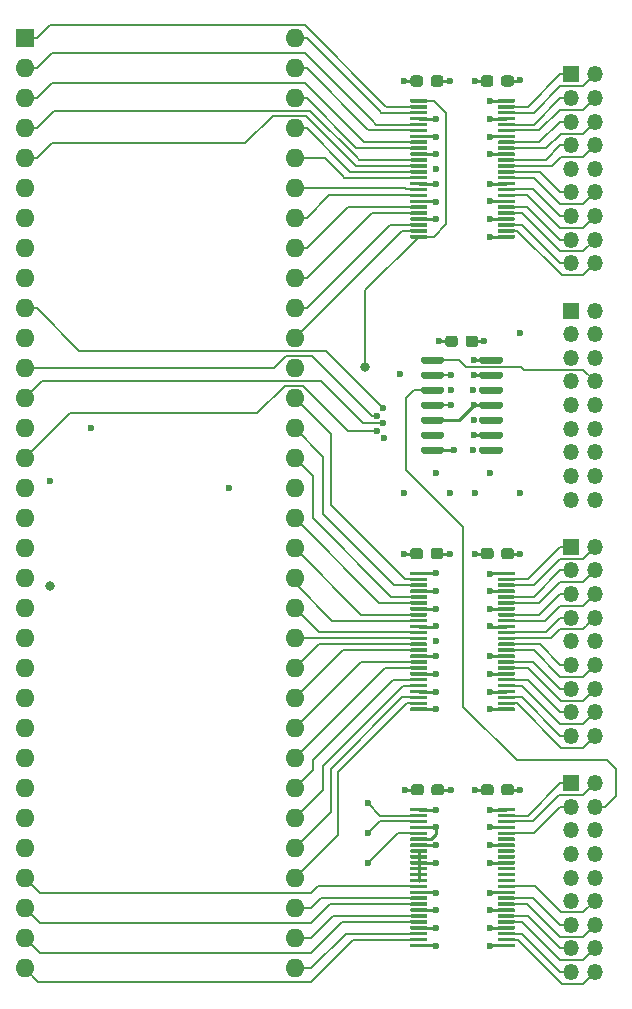
<source format=gtl>
G04 #@! TF.GenerationSoftware,KiCad,Pcbnew,5.1.10*
G04 #@! TF.CreationDate,2021-08-30T11:46:02-07:00*
G04 #@! TF.ProjectId,M68K-BREAKOUT,4d36384b-2d42-4524-9541-4b4f55542e6b,rev?*
G04 #@! TF.SameCoordinates,Original*
G04 #@! TF.FileFunction,Copper,L1,Top*
G04 #@! TF.FilePolarity,Positive*
%FSLAX46Y46*%
G04 Gerber Fmt 4.6, Leading zero omitted, Abs format (unit mm)*
G04 Created by KiCad (PCBNEW 5.1.10) date 2021-08-30 11:46:02*
%MOMM*%
%LPD*%
G01*
G04 APERTURE LIST*
G04 #@! TA.AperFunction,ComponentPad*
%ADD10O,1.350000X1.350000*%
G04 #@! TD*
G04 #@! TA.AperFunction,ComponentPad*
%ADD11R,1.350000X1.350000*%
G04 #@! TD*
G04 #@! TA.AperFunction,ComponentPad*
%ADD12O,1.600000X1.600000*%
G04 #@! TD*
G04 #@! TA.AperFunction,ComponentPad*
%ADD13R,1.600000X1.600000*%
G04 #@! TD*
G04 #@! TA.AperFunction,ViaPad*
%ADD14C,0.600000*%
G04 #@! TD*
G04 #@! TA.AperFunction,ViaPad*
%ADD15C,0.800000*%
G04 #@! TD*
G04 #@! TA.AperFunction,Conductor*
%ADD16C,0.250000*%
G04 #@! TD*
G04 #@! TA.AperFunction,Conductor*
%ADD17C,0.254000*%
G04 #@! TD*
G04 #@! TA.AperFunction,Conductor*
%ADD18C,0.152400*%
G04 #@! TD*
G04 APERTURE END LIST*
D10*
X173241720Y-137092991D03*
X171241720Y-137092991D03*
X173241720Y-135092991D03*
X171241720Y-135092991D03*
X173241720Y-133092991D03*
X171241720Y-133092991D03*
X173241720Y-131092991D03*
X171241720Y-131092991D03*
X173241720Y-129092991D03*
X171241720Y-129092991D03*
X173241720Y-127092991D03*
X171241720Y-127092991D03*
X173241720Y-125092991D03*
X171241720Y-125092991D03*
X173241720Y-123092991D03*
X171241720Y-123092991D03*
X173241720Y-121092991D03*
D11*
X171241720Y-121092991D03*
D10*
X173241720Y-117092991D03*
X171241720Y-117092991D03*
X173241720Y-115092991D03*
X171241720Y-115092991D03*
X173241720Y-113092991D03*
X171241720Y-113092991D03*
X173241720Y-111092991D03*
X171241720Y-111092991D03*
X173241720Y-109092991D03*
X171241720Y-109092991D03*
X173241720Y-107092991D03*
X171241720Y-107092991D03*
X173241720Y-105092991D03*
X171241720Y-105092991D03*
X173241720Y-103092991D03*
X171241720Y-103092991D03*
X173241720Y-101092991D03*
D11*
X171241720Y-101092991D03*
D10*
X173241720Y-97092991D03*
X171241720Y-97092991D03*
X173241720Y-95092991D03*
X171241720Y-95092991D03*
X173241720Y-93092991D03*
X171241720Y-93092991D03*
X173241720Y-91092991D03*
X171241720Y-91092991D03*
X173241720Y-89092991D03*
X171241720Y-89092991D03*
X173241720Y-87092991D03*
X171241720Y-87092991D03*
X173241720Y-85092991D03*
X171241720Y-85092991D03*
X173241720Y-83092991D03*
X171241720Y-83092991D03*
X173241720Y-81092991D03*
D11*
X171241720Y-81092991D03*
D10*
X173241720Y-77092991D03*
X171241720Y-77092991D03*
X173241720Y-75092991D03*
X171241720Y-75092991D03*
X173241720Y-73092991D03*
X171241720Y-73092991D03*
X173241720Y-71092991D03*
X171241720Y-71092991D03*
X173241720Y-69092991D03*
X171241720Y-69092991D03*
X173241720Y-67092991D03*
X171241720Y-67092991D03*
X173241720Y-65092991D03*
X171241720Y-65092991D03*
X173241720Y-63092991D03*
X171241720Y-63092991D03*
X173241720Y-61092991D03*
D11*
X171241720Y-61092991D03*
G04 #@! TA.AperFunction,SMDPad,CuDef*
G36*
G01*
X161663500Y-83455500D02*
X161663500Y-83930500D01*
G75*
G02*
X161426000Y-84168000I-237500J0D01*
G01*
X160826000Y-84168000D01*
G75*
G02*
X160588500Y-83930500I0J237500D01*
G01*
X160588500Y-83455500D01*
G75*
G02*
X160826000Y-83218000I237500J0D01*
G01*
X161426000Y-83218000D01*
G75*
G02*
X161663500Y-83455500I0J-237500D01*
G01*
G37*
G04 #@! TD.AperFunction*
G04 #@! TA.AperFunction,SMDPad,CuDef*
G36*
G01*
X163388500Y-83455500D02*
X163388500Y-83930500D01*
G75*
G02*
X163151000Y-84168000I-237500J0D01*
G01*
X162551000Y-84168000D01*
G75*
G02*
X162313500Y-83930500I0J237500D01*
G01*
X162313500Y-83455500D01*
G75*
G02*
X162551000Y-83218000I237500J0D01*
G01*
X163151000Y-83218000D01*
G75*
G02*
X163388500Y-83455500I0J-237500D01*
G01*
G37*
G04 #@! TD.AperFunction*
G04 #@! TA.AperFunction,SMDPad,CuDef*
G36*
G01*
X164685000Y-121428500D02*
X164685000Y-121903500D01*
G75*
G02*
X164447500Y-122141000I-237500J0D01*
G01*
X163847500Y-122141000D01*
G75*
G02*
X163610000Y-121903500I0J237500D01*
G01*
X163610000Y-121428500D01*
G75*
G02*
X163847500Y-121191000I237500J0D01*
G01*
X164447500Y-121191000D01*
G75*
G02*
X164685000Y-121428500I0J-237500D01*
G01*
G37*
G04 #@! TD.AperFunction*
G04 #@! TA.AperFunction,SMDPad,CuDef*
G36*
G01*
X166410000Y-121428500D02*
X166410000Y-121903500D01*
G75*
G02*
X166172500Y-122141000I-237500J0D01*
G01*
X165572500Y-122141000D01*
G75*
G02*
X165335000Y-121903500I0J237500D01*
G01*
X165335000Y-121428500D01*
G75*
G02*
X165572500Y-121191000I237500J0D01*
G01*
X166172500Y-121191000D01*
G75*
G02*
X166410000Y-121428500I0J-237500D01*
G01*
G37*
G04 #@! TD.AperFunction*
G04 #@! TA.AperFunction,SMDPad,CuDef*
G36*
G01*
X164685000Y-101426000D02*
X164685000Y-101901000D01*
G75*
G02*
X164447500Y-102138500I-237500J0D01*
G01*
X163847500Y-102138500D01*
G75*
G02*
X163610000Y-101901000I0J237500D01*
G01*
X163610000Y-101426000D01*
G75*
G02*
X163847500Y-101188500I237500J0D01*
G01*
X164447500Y-101188500D01*
G75*
G02*
X164685000Y-101426000I0J-237500D01*
G01*
G37*
G04 #@! TD.AperFunction*
G04 #@! TA.AperFunction,SMDPad,CuDef*
G36*
G01*
X166410000Y-101426000D02*
X166410000Y-101901000D01*
G75*
G02*
X166172500Y-102138500I-237500J0D01*
G01*
X165572500Y-102138500D01*
G75*
G02*
X165335000Y-101901000I0J237500D01*
G01*
X165335000Y-101426000D01*
G75*
G02*
X165572500Y-101188500I237500J0D01*
G01*
X166172500Y-101188500D01*
G75*
G02*
X166410000Y-101426000I0J-237500D01*
G01*
G37*
G04 #@! TD.AperFunction*
G04 #@! TA.AperFunction,SMDPad,CuDef*
G36*
G01*
X164674500Y-61421000D02*
X164674500Y-61896000D01*
G75*
G02*
X164437000Y-62133500I-237500J0D01*
G01*
X163837000Y-62133500D01*
G75*
G02*
X163599500Y-61896000I0J237500D01*
G01*
X163599500Y-61421000D01*
G75*
G02*
X163837000Y-61183500I237500J0D01*
G01*
X164437000Y-61183500D01*
G75*
G02*
X164674500Y-61421000I0J-237500D01*
G01*
G37*
G04 #@! TD.AperFunction*
G04 #@! TA.AperFunction,SMDPad,CuDef*
G36*
G01*
X166399500Y-61421000D02*
X166399500Y-61896000D01*
G75*
G02*
X166162000Y-62133500I-237500J0D01*
G01*
X165562000Y-62133500D01*
G75*
G02*
X165324500Y-61896000I0J237500D01*
G01*
X165324500Y-61421000D01*
G75*
G02*
X165562000Y-61183500I237500J0D01*
G01*
X166162000Y-61183500D01*
G75*
G02*
X166399500Y-61421000I0J-237500D01*
G01*
G37*
G04 #@! TD.AperFunction*
G04 #@! TA.AperFunction,SMDPad,CuDef*
G36*
G01*
X159419000Y-121903500D02*
X159419000Y-121428500D01*
G75*
G02*
X159656500Y-121191000I237500J0D01*
G01*
X160256500Y-121191000D01*
G75*
G02*
X160494000Y-121428500I0J-237500D01*
G01*
X160494000Y-121903500D01*
G75*
G02*
X160256500Y-122141000I-237500J0D01*
G01*
X159656500Y-122141000D01*
G75*
G02*
X159419000Y-121903500I0J237500D01*
G01*
G37*
G04 #@! TD.AperFunction*
G04 #@! TA.AperFunction,SMDPad,CuDef*
G36*
G01*
X157694000Y-121903500D02*
X157694000Y-121428500D01*
G75*
G02*
X157931500Y-121191000I237500J0D01*
G01*
X158531500Y-121191000D01*
G75*
G02*
X158769000Y-121428500I0J-237500D01*
G01*
X158769000Y-121903500D01*
G75*
G02*
X158531500Y-122141000I-237500J0D01*
G01*
X157931500Y-122141000D01*
G75*
G02*
X157694000Y-121903500I0J237500D01*
G01*
G37*
G04 #@! TD.AperFunction*
G04 #@! TA.AperFunction,SMDPad,CuDef*
G36*
G01*
X159355500Y-101901000D02*
X159355500Y-101426000D01*
G75*
G02*
X159593000Y-101188500I237500J0D01*
G01*
X160193000Y-101188500D01*
G75*
G02*
X160430500Y-101426000I0J-237500D01*
G01*
X160430500Y-101901000D01*
G75*
G02*
X160193000Y-102138500I-237500J0D01*
G01*
X159593000Y-102138500D01*
G75*
G02*
X159355500Y-101901000I0J237500D01*
G01*
G37*
G04 #@! TD.AperFunction*
G04 #@! TA.AperFunction,SMDPad,CuDef*
G36*
G01*
X157630500Y-101901000D02*
X157630500Y-101426000D01*
G75*
G02*
X157868000Y-101188500I237500J0D01*
G01*
X158468000Y-101188500D01*
G75*
G02*
X158705500Y-101426000I0J-237500D01*
G01*
X158705500Y-101901000D01*
G75*
G02*
X158468000Y-102138500I-237500J0D01*
G01*
X157868000Y-102138500D01*
G75*
G02*
X157630500Y-101901000I0J237500D01*
G01*
G37*
G04 #@! TD.AperFunction*
G04 #@! TA.AperFunction,SMDPad,CuDef*
G36*
G01*
X159366000Y-61896000D02*
X159366000Y-61421000D01*
G75*
G02*
X159603500Y-61183500I237500J0D01*
G01*
X160203500Y-61183500D01*
G75*
G02*
X160441000Y-61421000I0J-237500D01*
G01*
X160441000Y-61896000D01*
G75*
G02*
X160203500Y-62133500I-237500J0D01*
G01*
X159603500Y-62133500D01*
G75*
G02*
X159366000Y-61896000I0J237500D01*
G01*
G37*
G04 #@! TD.AperFunction*
G04 #@! TA.AperFunction,SMDPad,CuDef*
G36*
G01*
X157641000Y-61896000D02*
X157641000Y-61421000D01*
G75*
G02*
X157878500Y-61183500I237500J0D01*
G01*
X158478500Y-61183500D01*
G75*
G02*
X158716000Y-61421000I0J-237500D01*
G01*
X158716000Y-61896000D01*
G75*
G02*
X158478500Y-62133500I-237500J0D01*
G01*
X157878500Y-62133500D01*
G75*
G02*
X157641000Y-61896000I0J237500D01*
G01*
G37*
G04 #@! TD.AperFunction*
G04 #@! TA.AperFunction,SMDPad,CuDef*
G36*
G01*
X165027000Y-123420500D02*
X165027000Y-123270500D01*
G75*
G02*
X165102000Y-123195500I75000J0D01*
G01*
X166427000Y-123195500D01*
G75*
G02*
X166502000Y-123270500I0J-75000D01*
G01*
X166502000Y-123420500D01*
G75*
G02*
X166427000Y-123495500I-75000J0D01*
G01*
X165102000Y-123495500D01*
G75*
G02*
X165027000Y-123420500I0J75000D01*
G01*
G37*
G04 #@! TD.AperFunction*
G04 #@! TA.AperFunction,SMDPad,CuDef*
G36*
G01*
X165027000Y-123920500D02*
X165027000Y-123770500D01*
G75*
G02*
X165102000Y-123695500I75000J0D01*
G01*
X166427000Y-123695500D01*
G75*
G02*
X166502000Y-123770500I0J-75000D01*
G01*
X166502000Y-123920500D01*
G75*
G02*
X166427000Y-123995500I-75000J0D01*
G01*
X165102000Y-123995500D01*
G75*
G02*
X165027000Y-123920500I0J75000D01*
G01*
G37*
G04 #@! TD.AperFunction*
G04 #@! TA.AperFunction,SMDPad,CuDef*
G36*
G01*
X165027000Y-124420500D02*
X165027000Y-124270500D01*
G75*
G02*
X165102000Y-124195500I75000J0D01*
G01*
X166427000Y-124195500D01*
G75*
G02*
X166502000Y-124270500I0J-75000D01*
G01*
X166502000Y-124420500D01*
G75*
G02*
X166427000Y-124495500I-75000J0D01*
G01*
X165102000Y-124495500D01*
G75*
G02*
X165027000Y-124420500I0J75000D01*
G01*
G37*
G04 #@! TD.AperFunction*
G04 #@! TA.AperFunction,SMDPad,CuDef*
G36*
G01*
X165027000Y-124920500D02*
X165027000Y-124770500D01*
G75*
G02*
X165102000Y-124695500I75000J0D01*
G01*
X166427000Y-124695500D01*
G75*
G02*
X166502000Y-124770500I0J-75000D01*
G01*
X166502000Y-124920500D01*
G75*
G02*
X166427000Y-124995500I-75000J0D01*
G01*
X165102000Y-124995500D01*
G75*
G02*
X165027000Y-124920500I0J75000D01*
G01*
G37*
G04 #@! TD.AperFunction*
G04 #@! TA.AperFunction,SMDPad,CuDef*
G36*
G01*
X165027000Y-125420500D02*
X165027000Y-125270500D01*
G75*
G02*
X165102000Y-125195500I75000J0D01*
G01*
X166427000Y-125195500D01*
G75*
G02*
X166502000Y-125270500I0J-75000D01*
G01*
X166502000Y-125420500D01*
G75*
G02*
X166427000Y-125495500I-75000J0D01*
G01*
X165102000Y-125495500D01*
G75*
G02*
X165027000Y-125420500I0J75000D01*
G01*
G37*
G04 #@! TD.AperFunction*
G04 #@! TA.AperFunction,SMDPad,CuDef*
G36*
G01*
X165027000Y-125920500D02*
X165027000Y-125770500D01*
G75*
G02*
X165102000Y-125695500I75000J0D01*
G01*
X166427000Y-125695500D01*
G75*
G02*
X166502000Y-125770500I0J-75000D01*
G01*
X166502000Y-125920500D01*
G75*
G02*
X166427000Y-125995500I-75000J0D01*
G01*
X165102000Y-125995500D01*
G75*
G02*
X165027000Y-125920500I0J75000D01*
G01*
G37*
G04 #@! TD.AperFunction*
G04 #@! TA.AperFunction,SMDPad,CuDef*
G36*
G01*
X165027000Y-126420500D02*
X165027000Y-126270500D01*
G75*
G02*
X165102000Y-126195500I75000J0D01*
G01*
X166427000Y-126195500D01*
G75*
G02*
X166502000Y-126270500I0J-75000D01*
G01*
X166502000Y-126420500D01*
G75*
G02*
X166427000Y-126495500I-75000J0D01*
G01*
X165102000Y-126495500D01*
G75*
G02*
X165027000Y-126420500I0J75000D01*
G01*
G37*
G04 #@! TD.AperFunction*
G04 #@! TA.AperFunction,SMDPad,CuDef*
G36*
G01*
X165027000Y-126920500D02*
X165027000Y-126770500D01*
G75*
G02*
X165102000Y-126695500I75000J0D01*
G01*
X166427000Y-126695500D01*
G75*
G02*
X166502000Y-126770500I0J-75000D01*
G01*
X166502000Y-126920500D01*
G75*
G02*
X166427000Y-126995500I-75000J0D01*
G01*
X165102000Y-126995500D01*
G75*
G02*
X165027000Y-126920500I0J75000D01*
G01*
G37*
G04 #@! TD.AperFunction*
G04 #@! TA.AperFunction,SMDPad,CuDef*
G36*
G01*
X165027000Y-127420500D02*
X165027000Y-127270500D01*
G75*
G02*
X165102000Y-127195500I75000J0D01*
G01*
X166427000Y-127195500D01*
G75*
G02*
X166502000Y-127270500I0J-75000D01*
G01*
X166502000Y-127420500D01*
G75*
G02*
X166427000Y-127495500I-75000J0D01*
G01*
X165102000Y-127495500D01*
G75*
G02*
X165027000Y-127420500I0J75000D01*
G01*
G37*
G04 #@! TD.AperFunction*
G04 #@! TA.AperFunction,SMDPad,CuDef*
G36*
G01*
X165027000Y-127920500D02*
X165027000Y-127770500D01*
G75*
G02*
X165102000Y-127695500I75000J0D01*
G01*
X166427000Y-127695500D01*
G75*
G02*
X166502000Y-127770500I0J-75000D01*
G01*
X166502000Y-127920500D01*
G75*
G02*
X166427000Y-127995500I-75000J0D01*
G01*
X165102000Y-127995500D01*
G75*
G02*
X165027000Y-127920500I0J75000D01*
G01*
G37*
G04 #@! TD.AperFunction*
G04 #@! TA.AperFunction,SMDPad,CuDef*
G36*
G01*
X165027000Y-128420500D02*
X165027000Y-128270500D01*
G75*
G02*
X165102000Y-128195500I75000J0D01*
G01*
X166427000Y-128195500D01*
G75*
G02*
X166502000Y-128270500I0J-75000D01*
G01*
X166502000Y-128420500D01*
G75*
G02*
X166427000Y-128495500I-75000J0D01*
G01*
X165102000Y-128495500D01*
G75*
G02*
X165027000Y-128420500I0J75000D01*
G01*
G37*
G04 #@! TD.AperFunction*
G04 #@! TA.AperFunction,SMDPad,CuDef*
G36*
G01*
X165027000Y-128920500D02*
X165027000Y-128770500D01*
G75*
G02*
X165102000Y-128695500I75000J0D01*
G01*
X166427000Y-128695500D01*
G75*
G02*
X166502000Y-128770500I0J-75000D01*
G01*
X166502000Y-128920500D01*
G75*
G02*
X166427000Y-128995500I-75000J0D01*
G01*
X165102000Y-128995500D01*
G75*
G02*
X165027000Y-128920500I0J75000D01*
G01*
G37*
G04 #@! TD.AperFunction*
G04 #@! TA.AperFunction,SMDPad,CuDef*
G36*
G01*
X165027000Y-129420500D02*
X165027000Y-129270500D01*
G75*
G02*
X165102000Y-129195500I75000J0D01*
G01*
X166427000Y-129195500D01*
G75*
G02*
X166502000Y-129270500I0J-75000D01*
G01*
X166502000Y-129420500D01*
G75*
G02*
X166427000Y-129495500I-75000J0D01*
G01*
X165102000Y-129495500D01*
G75*
G02*
X165027000Y-129420500I0J75000D01*
G01*
G37*
G04 #@! TD.AperFunction*
G04 #@! TA.AperFunction,SMDPad,CuDef*
G36*
G01*
X165027000Y-129920500D02*
X165027000Y-129770500D01*
G75*
G02*
X165102000Y-129695500I75000J0D01*
G01*
X166427000Y-129695500D01*
G75*
G02*
X166502000Y-129770500I0J-75000D01*
G01*
X166502000Y-129920500D01*
G75*
G02*
X166427000Y-129995500I-75000J0D01*
G01*
X165102000Y-129995500D01*
G75*
G02*
X165027000Y-129920500I0J75000D01*
G01*
G37*
G04 #@! TD.AperFunction*
G04 #@! TA.AperFunction,SMDPad,CuDef*
G36*
G01*
X165027000Y-130420500D02*
X165027000Y-130270500D01*
G75*
G02*
X165102000Y-130195500I75000J0D01*
G01*
X166427000Y-130195500D01*
G75*
G02*
X166502000Y-130270500I0J-75000D01*
G01*
X166502000Y-130420500D01*
G75*
G02*
X166427000Y-130495500I-75000J0D01*
G01*
X165102000Y-130495500D01*
G75*
G02*
X165027000Y-130420500I0J75000D01*
G01*
G37*
G04 #@! TD.AperFunction*
G04 #@! TA.AperFunction,SMDPad,CuDef*
G36*
G01*
X165027000Y-130920500D02*
X165027000Y-130770500D01*
G75*
G02*
X165102000Y-130695500I75000J0D01*
G01*
X166427000Y-130695500D01*
G75*
G02*
X166502000Y-130770500I0J-75000D01*
G01*
X166502000Y-130920500D01*
G75*
G02*
X166427000Y-130995500I-75000J0D01*
G01*
X165102000Y-130995500D01*
G75*
G02*
X165027000Y-130920500I0J75000D01*
G01*
G37*
G04 #@! TD.AperFunction*
G04 #@! TA.AperFunction,SMDPad,CuDef*
G36*
G01*
X165027000Y-131420500D02*
X165027000Y-131270500D01*
G75*
G02*
X165102000Y-131195500I75000J0D01*
G01*
X166427000Y-131195500D01*
G75*
G02*
X166502000Y-131270500I0J-75000D01*
G01*
X166502000Y-131420500D01*
G75*
G02*
X166427000Y-131495500I-75000J0D01*
G01*
X165102000Y-131495500D01*
G75*
G02*
X165027000Y-131420500I0J75000D01*
G01*
G37*
G04 #@! TD.AperFunction*
G04 #@! TA.AperFunction,SMDPad,CuDef*
G36*
G01*
X165027000Y-131920500D02*
X165027000Y-131770500D01*
G75*
G02*
X165102000Y-131695500I75000J0D01*
G01*
X166427000Y-131695500D01*
G75*
G02*
X166502000Y-131770500I0J-75000D01*
G01*
X166502000Y-131920500D01*
G75*
G02*
X166427000Y-131995500I-75000J0D01*
G01*
X165102000Y-131995500D01*
G75*
G02*
X165027000Y-131920500I0J75000D01*
G01*
G37*
G04 #@! TD.AperFunction*
G04 #@! TA.AperFunction,SMDPad,CuDef*
G36*
G01*
X165027000Y-132420500D02*
X165027000Y-132270500D01*
G75*
G02*
X165102000Y-132195500I75000J0D01*
G01*
X166427000Y-132195500D01*
G75*
G02*
X166502000Y-132270500I0J-75000D01*
G01*
X166502000Y-132420500D01*
G75*
G02*
X166427000Y-132495500I-75000J0D01*
G01*
X165102000Y-132495500D01*
G75*
G02*
X165027000Y-132420500I0J75000D01*
G01*
G37*
G04 #@! TD.AperFunction*
G04 #@! TA.AperFunction,SMDPad,CuDef*
G36*
G01*
X165027000Y-132920500D02*
X165027000Y-132770500D01*
G75*
G02*
X165102000Y-132695500I75000J0D01*
G01*
X166427000Y-132695500D01*
G75*
G02*
X166502000Y-132770500I0J-75000D01*
G01*
X166502000Y-132920500D01*
G75*
G02*
X166427000Y-132995500I-75000J0D01*
G01*
X165102000Y-132995500D01*
G75*
G02*
X165027000Y-132920500I0J75000D01*
G01*
G37*
G04 #@! TD.AperFunction*
G04 #@! TA.AperFunction,SMDPad,CuDef*
G36*
G01*
X165027000Y-133420500D02*
X165027000Y-133270500D01*
G75*
G02*
X165102000Y-133195500I75000J0D01*
G01*
X166427000Y-133195500D01*
G75*
G02*
X166502000Y-133270500I0J-75000D01*
G01*
X166502000Y-133420500D01*
G75*
G02*
X166427000Y-133495500I-75000J0D01*
G01*
X165102000Y-133495500D01*
G75*
G02*
X165027000Y-133420500I0J75000D01*
G01*
G37*
G04 #@! TD.AperFunction*
G04 #@! TA.AperFunction,SMDPad,CuDef*
G36*
G01*
X165027000Y-133920500D02*
X165027000Y-133770500D01*
G75*
G02*
X165102000Y-133695500I75000J0D01*
G01*
X166427000Y-133695500D01*
G75*
G02*
X166502000Y-133770500I0J-75000D01*
G01*
X166502000Y-133920500D01*
G75*
G02*
X166427000Y-133995500I-75000J0D01*
G01*
X165102000Y-133995500D01*
G75*
G02*
X165027000Y-133920500I0J75000D01*
G01*
G37*
G04 #@! TD.AperFunction*
G04 #@! TA.AperFunction,SMDPad,CuDef*
G36*
G01*
X165027000Y-134420500D02*
X165027000Y-134270500D01*
G75*
G02*
X165102000Y-134195500I75000J0D01*
G01*
X166427000Y-134195500D01*
G75*
G02*
X166502000Y-134270500I0J-75000D01*
G01*
X166502000Y-134420500D01*
G75*
G02*
X166427000Y-134495500I-75000J0D01*
G01*
X165102000Y-134495500D01*
G75*
G02*
X165027000Y-134420500I0J75000D01*
G01*
G37*
G04 #@! TD.AperFunction*
G04 #@! TA.AperFunction,SMDPad,CuDef*
G36*
G01*
X165027000Y-134920500D02*
X165027000Y-134770500D01*
G75*
G02*
X165102000Y-134695500I75000J0D01*
G01*
X166427000Y-134695500D01*
G75*
G02*
X166502000Y-134770500I0J-75000D01*
G01*
X166502000Y-134920500D01*
G75*
G02*
X166427000Y-134995500I-75000J0D01*
G01*
X165102000Y-134995500D01*
G75*
G02*
X165027000Y-134920500I0J75000D01*
G01*
G37*
G04 #@! TD.AperFunction*
G04 #@! TA.AperFunction,SMDPad,CuDef*
G36*
G01*
X157602000Y-134920500D02*
X157602000Y-134770500D01*
G75*
G02*
X157677000Y-134695500I75000J0D01*
G01*
X159002000Y-134695500D01*
G75*
G02*
X159077000Y-134770500I0J-75000D01*
G01*
X159077000Y-134920500D01*
G75*
G02*
X159002000Y-134995500I-75000J0D01*
G01*
X157677000Y-134995500D01*
G75*
G02*
X157602000Y-134920500I0J75000D01*
G01*
G37*
G04 #@! TD.AperFunction*
G04 #@! TA.AperFunction,SMDPad,CuDef*
G36*
G01*
X157602000Y-134420500D02*
X157602000Y-134270500D01*
G75*
G02*
X157677000Y-134195500I75000J0D01*
G01*
X159002000Y-134195500D01*
G75*
G02*
X159077000Y-134270500I0J-75000D01*
G01*
X159077000Y-134420500D01*
G75*
G02*
X159002000Y-134495500I-75000J0D01*
G01*
X157677000Y-134495500D01*
G75*
G02*
X157602000Y-134420500I0J75000D01*
G01*
G37*
G04 #@! TD.AperFunction*
G04 #@! TA.AperFunction,SMDPad,CuDef*
G36*
G01*
X157602000Y-133920500D02*
X157602000Y-133770500D01*
G75*
G02*
X157677000Y-133695500I75000J0D01*
G01*
X159002000Y-133695500D01*
G75*
G02*
X159077000Y-133770500I0J-75000D01*
G01*
X159077000Y-133920500D01*
G75*
G02*
X159002000Y-133995500I-75000J0D01*
G01*
X157677000Y-133995500D01*
G75*
G02*
X157602000Y-133920500I0J75000D01*
G01*
G37*
G04 #@! TD.AperFunction*
G04 #@! TA.AperFunction,SMDPad,CuDef*
G36*
G01*
X157602000Y-133420500D02*
X157602000Y-133270500D01*
G75*
G02*
X157677000Y-133195500I75000J0D01*
G01*
X159002000Y-133195500D01*
G75*
G02*
X159077000Y-133270500I0J-75000D01*
G01*
X159077000Y-133420500D01*
G75*
G02*
X159002000Y-133495500I-75000J0D01*
G01*
X157677000Y-133495500D01*
G75*
G02*
X157602000Y-133420500I0J75000D01*
G01*
G37*
G04 #@! TD.AperFunction*
G04 #@! TA.AperFunction,SMDPad,CuDef*
G36*
G01*
X157602000Y-132920500D02*
X157602000Y-132770500D01*
G75*
G02*
X157677000Y-132695500I75000J0D01*
G01*
X159002000Y-132695500D01*
G75*
G02*
X159077000Y-132770500I0J-75000D01*
G01*
X159077000Y-132920500D01*
G75*
G02*
X159002000Y-132995500I-75000J0D01*
G01*
X157677000Y-132995500D01*
G75*
G02*
X157602000Y-132920500I0J75000D01*
G01*
G37*
G04 #@! TD.AperFunction*
G04 #@! TA.AperFunction,SMDPad,CuDef*
G36*
G01*
X157602000Y-132420500D02*
X157602000Y-132270500D01*
G75*
G02*
X157677000Y-132195500I75000J0D01*
G01*
X159002000Y-132195500D01*
G75*
G02*
X159077000Y-132270500I0J-75000D01*
G01*
X159077000Y-132420500D01*
G75*
G02*
X159002000Y-132495500I-75000J0D01*
G01*
X157677000Y-132495500D01*
G75*
G02*
X157602000Y-132420500I0J75000D01*
G01*
G37*
G04 #@! TD.AperFunction*
G04 #@! TA.AperFunction,SMDPad,CuDef*
G36*
G01*
X157602000Y-131920500D02*
X157602000Y-131770500D01*
G75*
G02*
X157677000Y-131695500I75000J0D01*
G01*
X159002000Y-131695500D01*
G75*
G02*
X159077000Y-131770500I0J-75000D01*
G01*
X159077000Y-131920500D01*
G75*
G02*
X159002000Y-131995500I-75000J0D01*
G01*
X157677000Y-131995500D01*
G75*
G02*
X157602000Y-131920500I0J75000D01*
G01*
G37*
G04 #@! TD.AperFunction*
G04 #@! TA.AperFunction,SMDPad,CuDef*
G36*
G01*
X157602000Y-131420500D02*
X157602000Y-131270500D01*
G75*
G02*
X157677000Y-131195500I75000J0D01*
G01*
X159002000Y-131195500D01*
G75*
G02*
X159077000Y-131270500I0J-75000D01*
G01*
X159077000Y-131420500D01*
G75*
G02*
X159002000Y-131495500I-75000J0D01*
G01*
X157677000Y-131495500D01*
G75*
G02*
X157602000Y-131420500I0J75000D01*
G01*
G37*
G04 #@! TD.AperFunction*
G04 #@! TA.AperFunction,SMDPad,CuDef*
G36*
G01*
X157602000Y-130920500D02*
X157602000Y-130770500D01*
G75*
G02*
X157677000Y-130695500I75000J0D01*
G01*
X159002000Y-130695500D01*
G75*
G02*
X159077000Y-130770500I0J-75000D01*
G01*
X159077000Y-130920500D01*
G75*
G02*
X159002000Y-130995500I-75000J0D01*
G01*
X157677000Y-130995500D01*
G75*
G02*
X157602000Y-130920500I0J75000D01*
G01*
G37*
G04 #@! TD.AperFunction*
G04 #@! TA.AperFunction,SMDPad,CuDef*
G36*
G01*
X157602000Y-130420500D02*
X157602000Y-130270500D01*
G75*
G02*
X157677000Y-130195500I75000J0D01*
G01*
X159002000Y-130195500D01*
G75*
G02*
X159077000Y-130270500I0J-75000D01*
G01*
X159077000Y-130420500D01*
G75*
G02*
X159002000Y-130495500I-75000J0D01*
G01*
X157677000Y-130495500D01*
G75*
G02*
X157602000Y-130420500I0J75000D01*
G01*
G37*
G04 #@! TD.AperFunction*
G04 #@! TA.AperFunction,SMDPad,CuDef*
G36*
G01*
X157602000Y-129920500D02*
X157602000Y-129770500D01*
G75*
G02*
X157677000Y-129695500I75000J0D01*
G01*
X159002000Y-129695500D01*
G75*
G02*
X159077000Y-129770500I0J-75000D01*
G01*
X159077000Y-129920500D01*
G75*
G02*
X159002000Y-129995500I-75000J0D01*
G01*
X157677000Y-129995500D01*
G75*
G02*
X157602000Y-129920500I0J75000D01*
G01*
G37*
G04 #@! TD.AperFunction*
G04 #@! TA.AperFunction,SMDPad,CuDef*
G36*
G01*
X157602000Y-129420500D02*
X157602000Y-129270500D01*
G75*
G02*
X157677000Y-129195500I75000J0D01*
G01*
X159002000Y-129195500D01*
G75*
G02*
X159077000Y-129270500I0J-75000D01*
G01*
X159077000Y-129420500D01*
G75*
G02*
X159002000Y-129495500I-75000J0D01*
G01*
X157677000Y-129495500D01*
G75*
G02*
X157602000Y-129420500I0J75000D01*
G01*
G37*
G04 #@! TD.AperFunction*
G04 #@! TA.AperFunction,SMDPad,CuDef*
G36*
G01*
X157602000Y-128920500D02*
X157602000Y-128770500D01*
G75*
G02*
X157677000Y-128695500I75000J0D01*
G01*
X159002000Y-128695500D01*
G75*
G02*
X159077000Y-128770500I0J-75000D01*
G01*
X159077000Y-128920500D01*
G75*
G02*
X159002000Y-128995500I-75000J0D01*
G01*
X157677000Y-128995500D01*
G75*
G02*
X157602000Y-128920500I0J75000D01*
G01*
G37*
G04 #@! TD.AperFunction*
G04 #@! TA.AperFunction,SMDPad,CuDef*
G36*
G01*
X157602000Y-128420500D02*
X157602000Y-128270500D01*
G75*
G02*
X157677000Y-128195500I75000J0D01*
G01*
X159002000Y-128195500D01*
G75*
G02*
X159077000Y-128270500I0J-75000D01*
G01*
X159077000Y-128420500D01*
G75*
G02*
X159002000Y-128495500I-75000J0D01*
G01*
X157677000Y-128495500D01*
G75*
G02*
X157602000Y-128420500I0J75000D01*
G01*
G37*
G04 #@! TD.AperFunction*
G04 #@! TA.AperFunction,SMDPad,CuDef*
G36*
G01*
X157602000Y-127920500D02*
X157602000Y-127770500D01*
G75*
G02*
X157677000Y-127695500I75000J0D01*
G01*
X159002000Y-127695500D01*
G75*
G02*
X159077000Y-127770500I0J-75000D01*
G01*
X159077000Y-127920500D01*
G75*
G02*
X159002000Y-127995500I-75000J0D01*
G01*
X157677000Y-127995500D01*
G75*
G02*
X157602000Y-127920500I0J75000D01*
G01*
G37*
G04 #@! TD.AperFunction*
G04 #@! TA.AperFunction,SMDPad,CuDef*
G36*
G01*
X157602000Y-127420500D02*
X157602000Y-127270500D01*
G75*
G02*
X157677000Y-127195500I75000J0D01*
G01*
X159002000Y-127195500D01*
G75*
G02*
X159077000Y-127270500I0J-75000D01*
G01*
X159077000Y-127420500D01*
G75*
G02*
X159002000Y-127495500I-75000J0D01*
G01*
X157677000Y-127495500D01*
G75*
G02*
X157602000Y-127420500I0J75000D01*
G01*
G37*
G04 #@! TD.AperFunction*
G04 #@! TA.AperFunction,SMDPad,CuDef*
G36*
G01*
X157602000Y-126920500D02*
X157602000Y-126770500D01*
G75*
G02*
X157677000Y-126695500I75000J0D01*
G01*
X159002000Y-126695500D01*
G75*
G02*
X159077000Y-126770500I0J-75000D01*
G01*
X159077000Y-126920500D01*
G75*
G02*
X159002000Y-126995500I-75000J0D01*
G01*
X157677000Y-126995500D01*
G75*
G02*
X157602000Y-126920500I0J75000D01*
G01*
G37*
G04 #@! TD.AperFunction*
G04 #@! TA.AperFunction,SMDPad,CuDef*
G36*
G01*
X157602000Y-126420500D02*
X157602000Y-126270500D01*
G75*
G02*
X157677000Y-126195500I75000J0D01*
G01*
X159002000Y-126195500D01*
G75*
G02*
X159077000Y-126270500I0J-75000D01*
G01*
X159077000Y-126420500D01*
G75*
G02*
X159002000Y-126495500I-75000J0D01*
G01*
X157677000Y-126495500D01*
G75*
G02*
X157602000Y-126420500I0J75000D01*
G01*
G37*
G04 #@! TD.AperFunction*
G04 #@! TA.AperFunction,SMDPad,CuDef*
G36*
G01*
X157602000Y-125920500D02*
X157602000Y-125770500D01*
G75*
G02*
X157677000Y-125695500I75000J0D01*
G01*
X159002000Y-125695500D01*
G75*
G02*
X159077000Y-125770500I0J-75000D01*
G01*
X159077000Y-125920500D01*
G75*
G02*
X159002000Y-125995500I-75000J0D01*
G01*
X157677000Y-125995500D01*
G75*
G02*
X157602000Y-125920500I0J75000D01*
G01*
G37*
G04 #@! TD.AperFunction*
G04 #@! TA.AperFunction,SMDPad,CuDef*
G36*
G01*
X157602000Y-125420500D02*
X157602000Y-125270500D01*
G75*
G02*
X157677000Y-125195500I75000J0D01*
G01*
X159002000Y-125195500D01*
G75*
G02*
X159077000Y-125270500I0J-75000D01*
G01*
X159077000Y-125420500D01*
G75*
G02*
X159002000Y-125495500I-75000J0D01*
G01*
X157677000Y-125495500D01*
G75*
G02*
X157602000Y-125420500I0J75000D01*
G01*
G37*
G04 #@! TD.AperFunction*
G04 #@! TA.AperFunction,SMDPad,CuDef*
G36*
G01*
X157602000Y-124920500D02*
X157602000Y-124770500D01*
G75*
G02*
X157677000Y-124695500I75000J0D01*
G01*
X159002000Y-124695500D01*
G75*
G02*
X159077000Y-124770500I0J-75000D01*
G01*
X159077000Y-124920500D01*
G75*
G02*
X159002000Y-124995500I-75000J0D01*
G01*
X157677000Y-124995500D01*
G75*
G02*
X157602000Y-124920500I0J75000D01*
G01*
G37*
G04 #@! TD.AperFunction*
G04 #@! TA.AperFunction,SMDPad,CuDef*
G36*
G01*
X157602000Y-124420500D02*
X157602000Y-124270500D01*
G75*
G02*
X157677000Y-124195500I75000J0D01*
G01*
X159002000Y-124195500D01*
G75*
G02*
X159077000Y-124270500I0J-75000D01*
G01*
X159077000Y-124420500D01*
G75*
G02*
X159002000Y-124495500I-75000J0D01*
G01*
X157677000Y-124495500D01*
G75*
G02*
X157602000Y-124420500I0J75000D01*
G01*
G37*
G04 #@! TD.AperFunction*
G04 #@! TA.AperFunction,SMDPad,CuDef*
G36*
G01*
X157602000Y-123920500D02*
X157602000Y-123770500D01*
G75*
G02*
X157677000Y-123695500I75000J0D01*
G01*
X159002000Y-123695500D01*
G75*
G02*
X159077000Y-123770500I0J-75000D01*
G01*
X159077000Y-123920500D01*
G75*
G02*
X159002000Y-123995500I-75000J0D01*
G01*
X157677000Y-123995500D01*
G75*
G02*
X157602000Y-123920500I0J75000D01*
G01*
G37*
G04 #@! TD.AperFunction*
G04 #@! TA.AperFunction,SMDPad,CuDef*
G36*
G01*
X157602000Y-123420500D02*
X157602000Y-123270500D01*
G75*
G02*
X157677000Y-123195500I75000J0D01*
G01*
X159002000Y-123195500D01*
G75*
G02*
X159077000Y-123270500I0J-75000D01*
G01*
X159077000Y-123420500D01*
G75*
G02*
X159002000Y-123495500I-75000J0D01*
G01*
X157677000Y-123495500D01*
G75*
G02*
X157602000Y-123420500I0J75000D01*
G01*
G37*
G04 #@! TD.AperFunction*
G04 #@! TA.AperFunction,SMDPad,CuDef*
G36*
G01*
X165027000Y-63413000D02*
X165027000Y-63263000D01*
G75*
G02*
X165102000Y-63188000I75000J0D01*
G01*
X166427000Y-63188000D01*
G75*
G02*
X166502000Y-63263000I0J-75000D01*
G01*
X166502000Y-63413000D01*
G75*
G02*
X166427000Y-63488000I-75000J0D01*
G01*
X165102000Y-63488000D01*
G75*
G02*
X165027000Y-63413000I0J75000D01*
G01*
G37*
G04 #@! TD.AperFunction*
G04 #@! TA.AperFunction,SMDPad,CuDef*
G36*
G01*
X165027000Y-63913000D02*
X165027000Y-63763000D01*
G75*
G02*
X165102000Y-63688000I75000J0D01*
G01*
X166427000Y-63688000D01*
G75*
G02*
X166502000Y-63763000I0J-75000D01*
G01*
X166502000Y-63913000D01*
G75*
G02*
X166427000Y-63988000I-75000J0D01*
G01*
X165102000Y-63988000D01*
G75*
G02*
X165027000Y-63913000I0J75000D01*
G01*
G37*
G04 #@! TD.AperFunction*
G04 #@! TA.AperFunction,SMDPad,CuDef*
G36*
G01*
X165027000Y-64413000D02*
X165027000Y-64263000D01*
G75*
G02*
X165102000Y-64188000I75000J0D01*
G01*
X166427000Y-64188000D01*
G75*
G02*
X166502000Y-64263000I0J-75000D01*
G01*
X166502000Y-64413000D01*
G75*
G02*
X166427000Y-64488000I-75000J0D01*
G01*
X165102000Y-64488000D01*
G75*
G02*
X165027000Y-64413000I0J75000D01*
G01*
G37*
G04 #@! TD.AperFunction*
G04 #@! TA.AperFunction,SMDPad,CuDef*
G36*
G01*
X165027000Y-64913000D02*
X165027000Y-64763000D01*
G75*
G02*
X165102000Y-64688000I75000J0D01*
G01*
X166427000Y-64688000D01*
G75*
G02*
X166502000Y-64763000I0J-75000D01*
G01*
X166502000Y-64913000D01*
G75*
G02*
X166427000Y-64988000I-75000J0D01*
G01*
X165102000Y-64988000D01*
G75*
G02*
X165027000Y-64913000I0J75000D01*
G01*
G37*
G04 #@! TD.AperFunction*
G04 #@! TA.AperFunction,SMDPad,CuDef*
G36*
G01*
X165027000Y-65413000D02*
X165027000Y-65263000D01*
G75*
G02*
X165102000Y-65188000I75000J0D01*
G01*
X166427000Y-65188000D01*
G75*
G02*
X166502000Y-65263000I0J-75000D01*
G01*
X166502000Y-65413000D01*
G75*
G02*
X166427000Y-65488000I-75000J0D01*
G01*
X165102000Y-65488000D01*
G75*
G02*
X165027000Y-65413000I0J75000D01*
G01*
G37*
G04 #@! TD.AperFunction*
G04 #@! TA.AperFunction,SMDPad,CuDef*
G36*
G01*
X165027000Y-65913000D02*
X165027000Y-65763000D01*
G75*
G02*
X165102000Y-65688000I75000J0D01*
G01*
X166427000Y-65688000D01*
G75*
G02*
X166502000Y-65763000I0J-75000D01*
G01*
X166502000Y-65913000D01*
G75*
G02*
X166427000Y-65988000I-75000J0D01*
G01*
X165102000Y-65988000D01*
G75*
G02*
X165027000Y-65913000I0J75000D01*
G01*
G37*
G04 #@! TD.AperFunction*
G04 #@! TA.AperFunction,SMDPad,CuDef*
G36*
G01*
X165027000Y-66413000D02*
X165027000Y-66263000D01*
G75*
G02*
X165102000Y-66188000I75000J0D01*
G01*
X166427000Y-66188000D01*
G75*
G02*
X166502000Y-66263000I0J-75000D01*
G01*
X166502000Y-66413000D01*
G75*
G02*
X166427000Y-66488000I-75000J0D01*
G01*
X165102000Y-66488000D01*
G75*
G02*
X165027000Y-66413000I0J75000D01*
G01*
G37*
G04 #@! TD.AperFunction*
G04 #@! TA.AperFunction,SMDPad,CuDef*
G36*
G01*
X165027000Y-66913000D02*
X165027000Y-66763000D01*
G75*
G02*
X165102000Y-66688000I75000J0D01*
G01*
X166427000Y-66688000D01*
G75*
G02*
X166502000Y-66763000I0J-75000D01*
G01*
X166502000Y-66913000D01*
G75*
G02*
X166427000Y-66988000I-75000J0D01*
G01*
X165102000Y-66988000D01*
G75*
G02*
X165027000Y-66913000I0J75000D01*
G01*
G37*
G04 #@! TD.AperFunction*
G04 #@! TA.AperFunction,SMDPad,CuDef*
G36*
G01*
X165027000Y-67413000D02*
X165027000Y-67263000D01*
G75*
G02*
X165102000Y-67188000I75000J0D01*
G01*
X166427000Y-67188000D01*
G75*
G02*
X166502000Y-67263000I0J-75000D01*
G01*
X166502000Y-67413000D01*
G75*
G02*
X166427000Y-67488000I-75000J0D01*
G01*
X165102000Y-67488000D01*
G75*
G02*
X165027000Y-67413000I0J75000D01*
G01*
G37*
G04 #@! TD.AperFunction*
G04 #@! TA.AperFunction,SMDPad,CuDef*
G36*
G01*
X165027000Y-67913000D02*
X165027000Y-67763000D01*
G75*
G02*
X165102000Y-67688000I75000J0D01*
G01*
X166427000Y-67688000D01*
G75*
G02*
X166502000Y-67763000I0J-75000D01*
G01*
X166502000Y-67913000D01*
G75*
G02*
X166427000Y-67988000I-75000J0D01*
G01*
X165102000Y-67988000D01*
G75*
G02*
X165027000Y-67913000I0J75000D01*
G01*
G37*
G04 #@! TD.AperFunction*
G04 #@! TA.AperFunction,SMDPad,CuDef*
G36*
G01*
X165027000Y-68413000D02*
X165027000Y-68263000D01*
G75*
G02*
X165102000Y-68188000I75000J0D01*
G01*
X166427000Y-68188000D01*
G75*
G02*
X166502000Y-68263000I0J-75000D01*
G01*
X166502000Y-68413000D01*
G75*
G02*
X166427000Y-68488000I-75000J0D01*
G01*
X165102000Y-68488000D01*
G75*
G02*
X165027000Y-68413000I0J75000D01*
G01*
G37*
G04 #@! TD.AperFunction*
G04 #@! TA.AperFunction,SMDPad,CuDef*
G36*
G01*
X165027000Y-68913000D02*
X165027000Y-68763000D01*
G75*
G02*
X165102000Y-68688000I75000J0D01*
G01*
X166427000Y-68688000D01*
G75*
G02*
X166502000Y-68763000I0J-75000D01*
G01*
X166502000Y-68913000D01*
G75*
G02*
X166427000Y-68988000I-75000J0D01*
G01*
X165102000Y-68988000D01*
G75*
G02*
X165027000Y-68913000I0J75000D01*
G01*
G37*
G04 #@! TD.AperFunction*
G04 #@! TA.AperFunction,SMDPad,CuDef*
G36*
G01*
X165027000Y-69413000D02*
X165027000Y-69263000D01*
G75*
G02*
X165102000Y-69188000I75000J0D01*
G01*
X166427000Y-69188000D01*
G75*
G02*
X166502000Y-69263000I0J-75000D01*
G01*
X166502000Y-69413000D01*
G75*
G02*
X166427000Y-69488000I-75000J0D01*
G01*
X165102000Y-69488000D01*
G75*
G02*
X165027000Y-69413000I0J75000D01*
G01*
G37*
G04 #@! TD.AperFunction*
G04 #@! TA.AperFunction,SMDPad,CuDef*
G36*
G01*
X165027000Y-69913000D02*
X165027000Y-69763000D01*
G75*
G02*
X165102000Y-69688000I75000J0D01*
G01*
X166427000Y-69688000D01*
G75*
G02*
X166502000Y-69763000I0J-75000D01*
G01*
X166502000Y-69913000D01*
G75*
G02*
X166427000Y-69988000I-75000J0D01*
G01*
X165102000Y-69988000D01*
G75*
G02*
X165027000Y-69913000I0J75000D01*
G01*
G37*
G04 #@! TD.AperFunction*
G04 #@! TA.AperFunction,SMDPad,CuDef*
G36*
G01*
X165027000Y-70413000D02*
X165027000Y-70263000D01*
G75*
G02*
X165102000Y-70188000I75000J0D01*
G01*
X166427000Y-70188000D01*
G75*
G02*
X166502000Y-70263000I0J-75000D01*
G01*
X166502000Y-70413000D01*
G75*
G02*
X166427000Y-70488000I-75000J0D01*
G01*
X165102000Y-70488000D01*
G75*
G02*
X165027000Y-70413000I0J75000D01*
G01*
G37*
G04 #@! TD.AperFunction*
G04 #@! TA.AperFunction,SMDPad,CuDef*
G36*
G01*
X165027000Y-70913000D02*
X165027000Y-70763000D01*
G75*
G02*
X165102000Y-70688000I75000J0D01*
G01*
X166427000Y-70688000D01*
G75*
G02*
X166502000Y-70763000I0J-75000D01*
G01*
X166502000Y-70913000D01*
G75*
G02*
X166427000Y-70988000I-75000J0D01*
G01*
X165102000Y-70988000D01*
G75*
G02*
X165027000Y-70913000I0J75000D01*
G01*
G37*
G04 #@! TD.AperFunction*
G04 #@! TA.AperFunction,SMDPad,CuDef*
G36*
G01*
X165027000Y-71413000D02*
X165027000Y-71263000D01*
G75*
G02*
X165102000Y-71188000I75000J0D01*
G01*
X166427000Y-71188000D01*
G75*
G02*
X166502000Y-71263000I0J-75000D01*
G01*
X166502000Y-71413000D01*
G75*
G02*
X166427000Y-71488000I-75000J0D01*
G01*
X165102000Y-71488000D01*
G75*
G02*
X165027000Y-71413000I0J75000D01*
G01*
G37*
G04 #@! TD.AperFunction*
G04 #@! TA.AperFunction,SMDPad,CuDef*
G36*
G01*
X165027000Y-71913000D02*
X165027000Y-71763000D01*
G75*
G02*
X165102000Y-71688000I75000J0D01*
G01*
X166427000Y-71688000D01*
G75*
G02*
X166502000Y-71763000I0J-75000D01*
G01*
X166502000Y-71913000D01*
G75*
G02*
X166427000Y-71988000I-75000J0D01*
G01*
X165102000Y-71988000D01*
G75*
G02*
X165027000Y-71913000I0J75000D01*
G01*
G37*
G04 #@! TD.AperFunction*
G04 #@! TA.AperFunction,SMDPad,CuDef*
G36*
G01*
X165027000Y-72413000D02*
X165027000Y-72263000D01*
G75*
G02*
X165102000Y-72188000I75000J0D01*
G01*
X166427000Y-72188000D01*
G75*
G02*
X166502000Y-72263000I0J-75000D01*
G01*
X166502000Y-72413000D01*
G75*
G02*
X166427000Y-72488000I-75000J0D01*
G01*
X165102000Y-72488000D01*
G75*
G02*
X165027000Y-72413000I0J75000D01*
G01*
G37*
G04 #@! TD.AperFunction*
G04 #@! TA.AperFunction,SMDPad,CuDef*
G36*
G01*
X165027000Y-72913000D02*
X165027000Y-72763000D01*
G75*
G02*
X165102000Y-72688000I75000J0D01*
G01*
X166427000Y-72688000D01*
G75*
G02*
X166502000Y-72763000I0J-75000D01*
G01*
X166502000Y-72913000D01*
G75*
G02*
X166427000Y-72988000I-75000J0D01*
G01*
X165102000Y-72988000D01*
G75*
G02*
X165027000Y-72913000I0J75000D01*
G01*
G37*
G04 #@! TD.AperFunction*
G04 #@! TA.AperFunction,SMDPad,CuDef*
G36*
G01*
X165027000Y-73413000D02*
X165027000Y-73263000D01*
G75*
G02*
X165102000Y-73188000I75000J0D01*
G01*
X166427000Y-73188000D01*
G75*
G02*
X166502000Y-73263000I0J-75000D01*
G01*
X166502000Y-73413000D01*
G75*
G02*
X166427000Y-73488000I-75000J0D01*
G01*
X165102000Y-73488000D01*
G75*
G02*
X165027000Y-73413000I0J75000D01*
G01*
G37*
G04 #@! TD.AperFunction*
G04 #@! TA.AperFunction,SMDPad,CuDef*
G36*
G01*
X165027000Y-73913000D02*
X165027000Y-73763000D01*
G75*
G02*
X165102000Y-73688000I75000J0D01*
G01*
X166427000Y-73688000D01*
G75*
G02*
X166502000Y-73763000I0J-75000D01*
G01*
X166502000Y-73913000D01*
G75*
G02*
X166427000Y-73988000I-75000J0D01*
G01*
X165102000Y-73988000D01*
G75*
G02*
X165027000Y-73913000I0J75000D01*
G01*
G37*
G04 #@! TD.AperFunction*
G04 #@! TA.AperFunction,SMDPad,CuDef*
G36*
G01*
X165027000Y-74413000D02*
X165027000Y-74263000D01*
G75*
G02*
X165102000Y-74188000I75000J0D01*
G01*
X166427000Y-74188000D01*
G75*
G02*
X166502000Y-74263000I0J-75000D01*
G01*
X166502000Y-74413000D01*
G75*
G02*
X166427000Y-74488000I-75000J0D01*
G01*
X165102000Y-74488000D01*
G75*
G02*
X165027000Y-74413000I0J75000D01*
G01*
G37*
G04 #@! TD.AperFunction*
G04 #@! TA.AperFunction,SMDPad,CuDef*
G36*
G01*
X165027000Y-74913000D02*
X165027000Y-74763000D01*
G75*
G02*
X165102000Y-74688000I75000J0D01*
G01*
X166427000Y-74688000D01*
G75*
G02*
X166502000Y-74763000I0J-75000D01*
G01*
X166502000Y-74913000D01*
G75*
G02*
X166427000Y-74988000I-75000J0D01*
G01*
X165102000Y-74988000D01*
G75*
G02*
X165027000Y-74913000I0J75000D01*
G01*
G37*
G04 #@! TD.AperFunction*
G04 #@! TA.AperFunction,SMDPad,CuDef*
G36*
G01*
X157602000Y-74913000D02*
X157602000Y-74763000D01*
G75*
G02*
X157677000Y-74688000I75000J0D01*
G01*
X159002000Y-74688000D01*
G75*
G02*
X159077000Y-74763000I0J-75000D01*
G01*
X159077000Y-74913000D01*
G75*
G02*
X159002000Y-74988000I-75000J0D01*
G01*
X157677000Y-74988000D01*
G75*
G02*
X157602000Y-74913000I0J75000D01*
G01*
G37*
G04 #@! TD.AperFunction*
G04 #@! TA.AperFunction,SMDPad,CuDef*
G36*
G01*
X157602000Y-74413000D02*
X157602000Y-74263000D01*
G75*
G02*
X157677000Y-74188000I75000J0D01*
G01*
X159002000Y-74188000D01*
G75*
G02*
X159077000Y-74263000I0J-75000D01*
G01*
X159077000Y-74413000D01*
G75*
G02*
X159002000Y-74488000I-75000J0D01*
G01*
X157677000Y-74488000D01*
G75*
G02*
X157602000Y-74413000I0J75000D01*
G01*
G37*
G04 #@! TD.AperFunction*
G04 #@! TA.AperFunction,SMDPad,CuDef*
G36*
G01*
X157602000Y-73913000D02*
X157602000Y-73763000D01*
G75*
G02*
X157677000Y-73688000I75000J0D01*
G01*
X159002000Y-73688000D01*
G75*
G02*
X159077000Y-73763000I0J-75000D01*
G01*
X159077000Y-73913000D01*
G75*
G02*
X159002000Y-73988000I-75000J0D01*
G01*
X157677000Y-73988000D01*
G75*
G02*
X157602000Y-73913000I0J75000D01*
G01*
G37*
G04 #@! TD.AperFunction*
G04 #@! TA.AperFunction,SMDPad,CuDef*
G36*
G01*
X157602000Y-73413000D02*
X157602000Y-73263000D01*
G75*
G02*
X157677000Y-73188000I75000J0D01*
G01*
X159002000Y-73188000D01*
G75*
G02*
X159077000Y-73263000I0J-75000D01*
G01*
X159077000Y-73413000D01*
G75*
G02*
X159002000Y-73488000I-75000J0D01*
G01*
X157677000Y-73488000D01*
G75*
G02*
X157602000Y-73413000I0J75000D01*
G01*
G37*
G04 #@! TD.AperFunction*
G04 #@! TA.AperFunction,SMDPad,CuDef*
G36*
G01*
X157602000Y-72913000D02*
X157602000Y-72763000D01*
G75*
G02*
X157677000Y-72688000I75000J0D01*
G01*
X159002000Y-72688000D01*
G75*
G02*
X159077000Y-72763000I0J-75000D01*
G01*
X159077000Y-72913000D01*
G75*
G02*
X159002000Y-72988000I-75000J0D01*
G01*
X157677000Y-72988000D01*
G75*
G02*
X157602000Y-72913000I0J75000D01*
G01*
G37*
G04 #@! TD.AperFunction*
G04 #@! TA.AperFunction,SMDPad,CuDef*
G36*
G01*
X157602000Y-72413000D02*
X157602000Y-72263000D01*
G75*
G02*
X157677000Y-72188000I75000J0D01*
G01*
X159002000Y-72188000D01*
G75*
G02*
X159077000Y-72263000I0J-75000D01*
G01*
X159077000Y-72413000D01*
G75*
G02*
X159002000Y-72488000I-75000J0D01*
G01*
X157677000Y-72488000D01*
G75*
G02*
X157602000Y-72413000I0J75000D01*
G01*
G37*
G04 #@! TD.AperFunction*
G04 #@! TA.AperFunction,SMDPad,CuDef*
G36*
G01*
X157602000Y-71913000D02*
X157602000Y-71763000D01*
G75*
G02*
X157677000Y-71688000I75000J0D01*
G01*
X159002000Y-71688000D01*
G75*
G02*
X159077000Y-71763000I0J-75000D01*
G01*
X159077000Y-71913000D01*
G75*
G02*
X159002000Y-71988000I-75000J0D01*
G01*
X157677000Y-71988000D01*
G75*
G02*
X157602000Y-71913000I0J75000D01*
G01*
G37*
G04 #@! TD.AperFunction*
G04 #@! TA.AperFunction,SMDPad,CuDef*
G36*
G01*
X157602000Y-71413000D02*
X157602000Y-71263000D01*
G75*
G02*
X157677000Y-71188000I75000J0D01*
G01*
X159002000Y-71188000D01*
G75*
G02*
X159077000Y-71263000I0J-75000D01*
G01*
X159077000Y-71413000D01*
G75*
G02*
X159002000Y-71488000I-75000J0D01*
G01*
X157677000Y-71488000D01*
G75*
G02*
X157602000Y-71413000I0J75000D01*
G01*
G37*
G04 #@! TD.AperFunction*
G04 #@! TA.AperFunction,SMDPad,CuDef*
G36*
G01*
X157602000Y-70913000D02*
X157602000Y-70763000D01*
G75*
G02*
X157677000Y-70688000I75000J0D01*
G01*
X159002000Y-70688000D01*
G75*
G02*
X159077000Y-70763000I0J-75000D01*
G01*
X159077000Y-70913000D01*
G75*
G02*
X159002000Y-70988000I-75000J0D01*
G01*
X157677000Y-70988000D01*
G75*
G02*
X157602000Y-70913000I0J75000D01*
G01*
G37*
G04 #@! TD.AperFunction*
G04 #@! TA.AperFunction,SMDPad,CuDef*
G36*
G01*
X157602000Y-70413000D02*
X157602000Y-70263000D01*
G75*
G02*
X157677000Y-70188000I75000J0D01*
G01*
X159002000Y-70188000D01*
G75*
G02*
X159077000Y-70263000I0J-75000D01*
G01*
X159077000Y-70413000D01*
G75*
G02*
X159002000Y-70488000I-75000J0D01*
G01*
X157677000Y-70488000D01*
G75*
G02*
X157602000Y-70413000I0J75000D01*
G01*
G37*
G04 #@! TD.AperFunction*
G04 #@! TA.AperFunction,SMDPad,CuDef*
G36*
G01*
X157602000Y-69913000D02*
X157602000Y-69763000D01*
G75*
G02*
X157677000Y-69688000I75000J0D01*
G01*
X159002000Y-69688000D01*
G75*
G02*
X159077000Y-69763000I0J-75000D01*
G01*
X159077000Y-69913000D01*
G75*
G02*
X159002000Y-69988000I-75000J0D01*
G01*
X157677000Y-69988000D01*
G75*
G02*
X157602000Y-69913000I0J75000D01*
G01*
G37*
G04 #@! TD.AperFunction*
G04 #@! TA.AperFunction,SMDPad,CuDef*
G36*
G01*
X157602000Y-69413000D02*
X157602000Y-69263000D01*
G75*
G02*
X157677000Y-69188000I75000J0D01*
G01*
X159002000Y-69188000D01*
G75*
G02*
X159077000Y-69263000I0J-75000D01*
G01*
X159077000Y-69413000D01*
G75*
G02*
X159002000Y-69488000I-75000J0D01*
G01*
X157677000Y-69488000D01*
G75*
G02*
X157602000Y-69413000I0J75000D01*
G01*
G37*
G04 #@! TD.AperFunction*
G04 #@! TA.AperFunction,SMDPad,CuDef*
G36*
G01*
X157602000Y-68913000D02*
X157602000Y-68763000D01*
G75*
G02*
X157677000Y-68688000I75000J0D01*
G01*
X159002000Y-68688000D01*
G75*
G02*
X159077000Y-68763000I0J-75000D01*
G01*
X159077000Y-68913000D01*
G75*
G02*
X159002000Y-68988000I-75000J0D01*
G01*
X157677000Y-68988000D01*
G75*
G02*
X157602000Y-68913000I0J75000D01*
G01*
G37*
G04 #@! TD.AperFunction*
G04 #@! TA.AperFunction,SMDPad,CuDef*
G36*
G01*
X157602000Y-68413000D02*
X157602000Y-68263000D01*
G75*
G02*
X157677000Y-68188000I75000J0D01*
G01*
X159002000Y-68188000D01*
G75*
G02*
X159077000Y-68263000I0J-75000D01*
G01*
X159077000Y-68413000D01*
G75*
G02*
X159002000Y-68488000I-75000J0D01*
G01*
X157677000Y-68488000D01*
G75*
G02*
X157602000Y-68413000I0J75000D01*
G01*
G37*
G04 #@! TD.AperFunction*
G04 #@! TA.AperFunction,SMDPad,CuDef*
G36*
G01*
X157602000Y-67913000D02*
X157602000Y-67763000D01*
G75*
G02*
X157677000Y-67688000I75000J0D01*
G01*
X159002000Y-67688000D01*
G75*
G02*
X159077000Y-67763000I0J-75000D01*
G01*
X159077000Y-67913000D01*
G75*
G02*
X159002000Y-67988000I-75000J0D01*
G01*
X157677000Y-67988000D01*
G75*
G02*
X157602000Y-67913000I0J75000D01*
G01*
G37*
G04 #@! TD.AperFunction*
G04 #@! TA.AperFunction,SMDPad,CuDef*
G36*
G01*
X157602000Y-67413000D02*
X157602000Y-67263000D01*
G75*
G02*
X157677000Y-67188000I75000J0D01*
G01*
X159002000Y-67188000D01*
G75*
G02*
X159077000Y-67263000I0J-75000D01*
G01*
X159077000Y-67413000D01*
G75*
G02*
X159002000Y-67488000I-75000J0D01*
G01*
X157677000Y-67488000D01*
G75*
G02*
X157602000Y-67413000I0J75000D01*
G01*
G37*
G04 #@! TD.AperFunction*
G04 #@! TA.AperFunction,SMDPad,CuDef*
G36*
G01*
X157602000Y-66913000D02*
X157602000Y-66763000D01*
G75*
G02*
X157677000Y-66688000I75000J0D01*
G01*
X159002000Y-66688000D01*
G75*
G02*
X159077000Y-66763000I0J-75000D01*
G01*
X159077000Y-66913000D01*
G75*
G02*
X159002000Y-66988000I-75000J0D01*
G01*
X157677000Y-66988000D01*
G75*
G02*
X157602000Y-66913000I0J75000D01*
G01*
G37*
G04 #@! TD.AperFunction*
G04 #@! TA.AperFunction,SMDPad,CuDef*
G36*
G01*
X157602000Y-66413000D02*
X157602000Y-66263000D01*
G75*
G02*
X157677000Y-66188000I75000J0D01*
G01*
X159002000Y-66188000D01*
G75*
G02*
X159077000Y-66263000I0J-75000D01*
G01*
X159077000Y-66413000D01*
G75*
G02*
X159002000Y-66488000I-75000J0D01*
G01*
X157677000Y-66488000D01*
G75*
G02*
X157602000Y-66413000I0J75000D01*
G01*
G37*
G04 #@! TD.AperFunction*
G04 #@! TA.AperFunction,SMDPad,CuDef*
G36*
G01*
X157602000Y-65913000D02*
X157602000Y-65763000D01*
G75*
G02*
X157677000Y-65688000I75000J0D01*
G01*
X159002000Y-65688000D01*
G75*
G02*
X159077000Y-65763000I0J-75000D01*
G01*
X159077000Y-65913000D01*
G75*
G02*
X159002000Y-65988000I-75000J0D01*
G01*
X157677000Y-65988000D01*
G75*
G02*
X157602000Y-65913000I0J75000D01*
G01*
G37*
G04 #@! TD.AperFunction*
G04 #@! TA.AperFunction,SMDPad,CuDef*
G36*
G01*
X157602000Y-65413000D02*
X157602000Y-65263000D01*
G75*
G02*
X157677000Y-65188000I75000J0D01*
G01*
X159002000Y-65188000D01*
G75*
G02*
X159077000Y-65263000I0J-75000D01*
G01*
X159077000Y-65413000D01*
G75*
G02*
X159002000Y-65488000I-75000J0D01*
G01*
X157677000Y-65488000D01*
G75*
G02*
X157602000Y-65413000I0J75000D01*
G01*
G37*
G04 #@! TD.AperFunction*
G04 #@! TA.AperFunction,SMDPad,CuDef*
G36*
G01*
X157602000Y-64913000D02*
X157602000Y-64763000D01*
G75*
G02*
X157677000Y-64688000I75000J0D01*
G01*
X159002000Y-64688000D01*
G75*
G02*
X159077000Y-64763000I0J-75000D01*
G01*
X159077000Y-64913000D01*
G75*
G02*
X159002000Y-64988000I-75000J0D01*
G01*
X157677000Y-64988000D01*
G75*
G02*
X157602000Y-64913000I0J75000D01*
G01*
G37*
G04 #@! TD.AperFunction*
G04 #@! TA.AperFunction,SMDPad,CuDef*
G36*
G01*
X157602000Y-64413000D02*
X157602000Y-64263000D01*
G75*
G02*
X157677000Y-64188000I75000J0D01*
G01*
X159002000Y-64188000D01*
G75*
G02*
X159077000Y-64263000I0J-75000D01*
G01*
X159077000Y-64413000D01*
G75*
G02*
X159002000Y-64488000I-75000J0D01*
G01*
X157677000Y-64488000D01*
G75*
G02*
X157602000Y-64413000I0J75000D01*
G01*
G37*
G04 #@! TD.AperFunction*
G04 #@! TA.AperFunction,SMDPad,CuDef*
G36*
G01*
X157602000Y-63913000D02*
X157602000Y-63763000D01*
G75*
G02*
X157677000Y-63688000I75000J0D01*
G01*
X159002000Y-63688000D01*
G75*
G02*
X159077000Y-63763000I0J-75000D01*
G01*
X159077000Y-63913000D01*
G75*
G02*
X159002000Y-63988000I-75000J0D01*
G01*
X157677000Y-63988000D01*
G75*
G02*
X157602000Y-63913000I0J75000D01*
G01*
G37*
G04 #@! TD.AperFunction*
G04 #@! TA.AperFunction,SMDPad,CuDef*
G36*
G01*
X157602000Y-63413000D02*
X157602000Y-63263000D01*
G75*
G02*
X157677000Y-63188000I75000J0D01*
G01*
X159002000Y-63188000D01*
G75*
G02*
X159077000Y-63263000I0J-75000D01*
G01*
X159077000Y-63413000D01*
G75*
G02*
X159002000Y-63488000I-75000J0D01*
G01*
X157677000Y-63488000D01*
G75*
G02*
X157602000Y-63413000I0J75000D01*
G01*
G37*
G04 #@! TD.AperFunction*
G04 #@! TA.AperFunction,SMDPad,CuDef*
G36*
G01*
X163488500Y-85430500D02*
X163488500Y-85130500D01*
G75*
G02*
X163638500Y-84980500I150000J0D01*
G01*
X165288500Y-84980500D01*
G75*
G02*
X165438500Y-85130500I0J-150000D01*
G01*
X165438500Y-85430500D01*
G75*
G02*
X165288500Y-85580500I-150000J0D01*
G01*
X163638500Y-85580500D01*
G75*
G02*
X163488500Y-85430500I0J150000D01*
G01*
G37*
G04 #@! TD.AperFunction*
G04 #@! TA.AperFunction,SMDPad,CuDef*
G36*
G01*
X163488500Y-86700500D02*
X163488500Y-86400500D01*
G75*
G02*
X163638500Y-86250500I150000J0D01*
G01*
X165288500Y-86250500D01*
G75*
G02*
X165438500Y-86400500I0J-150000D01*
G01*
X165438500Y-86700500D01*
G75*
G02*
X165288500Y-86850500I-150000J0D01*
G01*
X163638500Y-86850500D01*
G75*
G02*
X163488500Y-86700500I0J150000D01*
G01*
G37*
G04 #@! TD.AperFunction*
G04 #@! TA.AperFunction,SMDPad,CuDef*
G36*
G01*
X163488500Y-87970500D02*
X163488500Y-87670500D01*
G75*
G02*
X163638500Y-87520500I150000J0D01*
G01*
X165288500Y-87520500D01*
G75*
G02*
X165438500Y-87670500I0J-150000D01*
G01*
X165438500Y-87970500D01*
G75*
G02*
X165288500Y-88120500I-150000J0D01*
G01*
X163638500Y-88120500D01*
G75*
G02*
X163488500Y-87970500I0J150000D01*
G01*
G37*
G04 #@! TD.AperFunction*
G04 #@! TA.AperFunction,SMDPad,CuDef*
G36*
G01*
X163488500Y-89240500D02*
X163488500Y-88940500D01*
G75*
G02*
X163638500Y-88790500I150000J0D01*
G01*
X165288500Y-88790500D01*
G75*
G02*
X165438500Y-88940500I0J-150000D01*
G01*
X165438500Y-89240500D01*
G75*
G02*
X165288500Y-89390500I-150000J0D01*
G01*
X163638500Y-89390500D01*
G75*
G02*
X163488500Y-89240500I0J150000D01*
G01*
G37*
G04 #@! TD.AperFunction*
G04 #@! TA.AperFunction,SMDPad,CuDef*
G36*
G01*
X163488500Y-90510500D02*
X163488500Y-90210500D01*
G75*
G02*
X163638500Y-90060500I150000J0D01*
G01*
X165288500Y-90060500D01*
G75*
G02*
X165438500Y-90210500I0J-150000D01*
G01*
X165438500Y-90510500D01*
G75*
G02*
X165288500Y-90660500I-150000J0D01*
G01*
X163638500Y-90660500D01*
G75*
G02*
X163488500Y-90510500I0J150000D01*
G01*
G37*
G04 #@! TD.AperFunction*
G04 #@! TA.AperFunction,SMDPad,CuDef*
G36*
G01*
X163488500Y-91780500D02*
X163488500Y-91480500D01*
G75*
G02*
X163638500Y-91330500I150000J0D01*
G01*
X165288500Y-91330500D01*
G75*
G02*
X165438500Y-91480500I0J-150000D01*
G01*
X165438500Y-91780500D01*
G75*
G02*
X165288500Y-91930500I-150000J0D01*
G01*
X163638500Y-91930500D01*
G75*
G02*
X163488500Y-91780500I0J150000D01*
G01*
G37*
G04 #@! TD.AperFunction*
G04 #@! TA.AperFunction,SMDPad,CuDef*
G36*
G01*
X163488500Y-93050500D02*
X163488500Y-92750500D01*
G75*
G02*
X163638500Y-92600500I150000J0D01*
G01*
X165288500Y-92600500D01*
G75*
G02*
X165438500Y-92750500I0J-150000D01*
G01*
X165438500Y-93050500D01*
G75*
G02*
X165288500Y-93200500I-150000J0D01*
G01*
X163638500Y-93200500D01*
G75*
G02*
X163488500Y-93050500I0J150000D01*
G01*
G37*
G04 #@! TD.AperFunction*
G04 #@! TA.AperFunction,SMDPad,CuDef*
G36*
G01*
X158538500Y-93050500D02*
X158538500Y-92750500D01*
G75*
G02*
X158688500Y-92600500I150000J0D01*
G01*
X160338500Y-92600500D01*
G75*
G02*
X160488500Y-92750500I0J-150000D01*
G01*
X160488500Y-93050500D01*
G75*
G02*
X160338500Y-93200500I-150000J0D01*
G01*
X158688500Y-93200500D01*
G75*
G02*
X158538500Y-93050500I0J150000D01*
G01*
G37*
G04 #@! TD.AperFunction*
G04 #@! TA.AperFunction,SMDPad,CuDef*
G36*
G01*
X158538500Y-91780500D02*
X158538500Y-91480500D01*
G75*
G02*
X158688500Y-91330500I150000J0D01*
G01*
X160338500Y-91330500D01*
G75*
G02*
X160488500Y-91480500I0J-150000D01*
G01*
X160488500Y-91780500D01*
G75*
G02*
X160338500Y-91930500I-150000J0D01*
G01*
X158688500Y-91930500D01*
G75*
G02*
X158538500Y-91780500I0J150000D01*
G01*
G37*
G04 #@! TD.AperFunction*
G04 #@! TA.AperFunction,SMDPad,CuDef*
G36*
G01*
X158538500Y-90510500D02*
X158538500Y-90210500D01*
G75*
G02*
X158688500Y-90060500I150000J0D01*
G01*
X160338500Y-90060500D01*
G75*
G02*
X160488500Y-90210500I0J-150000D01*
G01*
X160488500Y-90510500D01*
G75*
G02*
X160338500Y-90660500I-150000J0D01*
G01*
X158688500Y-90660500D01*
G75*
G02*
X158538500Y-90510500I0J150000D01*
G01*
G37*
G04 #@! TD.AperFunction*
G04 #@! TA.AperFunction,SMDPad,CuDef*
G36*
G01*
X158538500Y-89240500D02*
X158538500Y-88940500D01*
G75*
G02*
X158688500Y-88790500I150000J0D01*
G01*
X160338500Y-88790500D01*
G75*
G02*
X160488500Y-88940500I0J-150000D01*
G01*
X160488500Y-89240500D01*
G75*
G02*
X160338500Y-89390500I-150000J0D01*
G01*
X158688500Y-89390500D01*
G75*
G02*
X158538500Y-89240500I0J150000D01*
G01*
G37*
G04 #@! TD.AperFunction*
G04 #@! TA.AperFunction,SMDPad,CuDef*
G36*
G01*
X158538500Y-87970500D02*
X158538500Y-87670500D01*
G75*
G02*
X158688500Y-87520500I150000J0D01*
G01*
X160338500Y-87520500D01*
G75*
G02*
X160488500Y-87670500I0J-150000D01*
G01*
X160488500Y-87970500D01*
G75*
G02*
X160338500Y-88120500I-150000J0D01*
G01*
X158688500Y-88120500D01*
G75*
G02*
X158538500Y-87970500I0J150000D01*
G01*
G37*
G04 #@! TD.AperFunction*
G04 #@! TA.AperFunction,SMDPad,CuDef*
G36*
G01*
X158538500Y-86700500D02*
X158538500Y-86400500D01*
G75*
G02*
X158688500Y-86250500I150000J0D01*
G01*
X160338500Y-86250500D01*
G75*
G02*
X160488500Y-86400500I0J-150000D01*
G01*
X160488500Y-86700500D01*
G75*
G02*
X160338500Y-86850500I-150000J0D01*
G01*
X158688500Y-86850500D01*
G75*
G02*
X158538500Y-86700500I0J150000D01*
G01*
G37*
G04 #@! TD.AperFunction*
G04 #@! TA.AperFunction,SMDPad,CuDef*
G36*
G01*
X158538500Y-85430500D02*
X158538500Y-85130500D01*
G75*
G02*
X158688500Y-84980500I150000J0D01*
G01*
X160338500Y-84980500D01*
G75*
G02*
X160488500Y-85130500I0J-150000D01*
G01*
X160488500Y-85430500D01*
G75*
G02*
X160338500Y-85580500I-150000J0D01*
G01*
X158688500Y-85580500D01*
G75*
G02*
X158538500Y-85430500I0J150000D01*
G01*
G37*
G04 #@! TD.AperFunction*
G04 #@! TA.AperFunction,SMDPad,CuDef*
G36*
G01*
X165027000Y-103418000D02*
X165027000Y-103268000D01*
G75*
G02*
X165102000Y-103193000I75000J0D01*
G01*
X166427000Y-103193000D01*
G75*
G02*
X166502000Y-103268000I0J-75000D01*
G01*
X166502000Y-103418000D01*
G75*
G02*
X166427000Y-103493000I-75000J0D01*
G01*
X165102000Y-103493000D01*
G75*
G02*
X165027000Y-103418000I0J75000D01*
G01*
G37*
G04 #@! TD.AperFunction*
G04 #@! TA.AperFunction,SMDPad,CuDef*
G36*
G01*
X165027000Y-103918000D02*
X165027000Y-103768000D01*
G75*
G02*
X165102000Y-103693000I75000J0D01*
G01*
X166427000Y-103693000D01*
G75*
G02*
X166502000Y-103768000I0J-75000D01*
G01*
X166502000Y-103918000D01*
G75*
G02*
X166427000Y-103993000I-75000J0D01*
G01*
X165102000Y-103993000D01*
G75*
G02*
X165027000Y-103918000I0J75000D01*
G01*
G37*
G04 #@! TD.AperFunction*
G04 #@! TA.AperFunction,SMDPad,CuDef*
G36*
G01*
X165027000Y-104418000D02*
X165027000Y-104268000D01*
G75*
G02*
X165102000Y-104193000I75000J0D01*
G01*
X166427000Y-104193000D01*
G75*
G02*
X166502000Y-104268000I0J-75000D01*
G01*
X166502000Y-104418000D01*
G75*
G02*
X166427000Y-104493000I-75000J0D01*
G01*
X165102000Y-104493000D01*
G75*
G02*
X165027000Y-104418000I0J75000D01*
G01*
G37*
G04 #@! TD.AperFunction*
G04 #@! TA.AperFunction,SMDPad,CuDef*
G36*
G01*
X165027000Y-104918000D02*
X165027000Y-104768000D01*
G75*
G02*
X165102000Y-104693000I75000J0D01*
G01*
X166427000Y-104693000D01*
G75*
G02*
X166502000Y-104768000I0J-75000D01*
G01*
X166502000Y-104918000D01*
G75*
G02*
X166427000Y-104993000I-75000J0D01*
G01*
X165102000Y-104993000D01*
G75*
G02*
X165027000Y-104918000I0J75000D01*
G01*
G37*
G04 #@! TD.AperFunction*
G04 #@! TA.AperFunction,SMDPad,CuDef*
G36*
G01*
X165027000Y-105418000D02*
X165027000Y-105268000D01*
G75*
G02*
X165102000Y-105193000I75000J0D01*
G01*
X166427000Y-105193000D01*
G75*
G02*
X166502000Y-105268000I0J-75000D01*
G01*
X166502000Y-105418000D01*
G75*
G02*
X166427000Y-105493000I-75000J0D01*
G01*
X165102000Y-105493000D01*
G75*
G02*
X165027000Y-105418000I0J75000D01*
G01*
G37*
G04 #@! TD.AperFunction*
G04 #@! TA.AperFunction,SMDPad,CuDef*
G36*
G01*
X165027000Y-105918000D02*
X165027000Y-105768000D01*
G75*
G02*
X165102000Y-105693000I75000J0D01*
G01*
X166427000Y-105693000D01*
G75*
G02*
X166502000Y-105768000I0J-75000D01*
G01*
X166502000Y-105918000D01*
G75*
G02*
X166427000Y-105993000I-75000J0D01*
G01*
X165102000Y-105993000D01*
G75*
G02*
X165027000Y-105918000I0J75000D01*
G01*
G37*
G04 #@! TD.AperFunction*
G04 #@! TA.AperFunction,SMDPad,CuDef*
G36*
G01*
X165027000Y-106418000D02*
X165027000Y-106268000D01*
G75*
G02*
X165102000Y-106193000I75000J0D01*
G01*
X166427000Y-106193000D01*
G75*
G02*
X166502000Y-106268000I0J-75000D01*
G01*
X166502000Y-106418000D01*
G75*
G02*
X166427000Y-106493000I-75000J0D01*
G01*
X165102000Y-106493000D01*
G75*
G02*
X165027000Y-106418000I0J75000D01*
G01*
G37*
G04 #@! TD.AperFunction*
G04 #@! TA.AperFunction,SMDPad,CuDef*
G36*
G01*
X165027000Y-106918000D02*
X165027000Y-106768000D01*
G75*
G02*
X165102000Y-106693000I75000J0D01*
G01*
X166427000Y-106693000D01*
G75*
G02*
X166502000Y-106768000I0J-75000D01*
G01*
X166502000Y-106918000D01*
G75*
G02*
X166427000Y-106993000I-75000J0D01*
G01*
X165102000Y-106993000D01*
G75*
G02*
X165027000Y-106918000I0J75000D01*
G01*
G37*
G04 #@! TD.AperFunction*
G04 #@! TA.AperFunction,SMDPad,CuDef*
G36*
G01*
X165027000Y-107418000D02*
X165027000Y-107268000D01*
G75*
G02*
X165102000Y-107193000I75000J0D01*
G01*
X166427000Y-107193000D01*
G75*
G02*
X166502000Y-107268000I0J-75000D01*
G01*
X166502000Y-107418000D01*
G75*
G02*
X166427000Y-107493000I-75000J0D01*
G01*
X165102000Y-107493000D01*
G75*
G02*
X165027000Y-107418000I0J75000D01*
G01*
G37*
G04 #@! TD.AperFunction*
G04 #@! TA.AperFunction,SMDPad,CuDef*
G36*
G01*
X165027000Y-107918000D02*
X165027000Y-107768000D01*
G75*
G02*
X165102000Y-107693000I75000J0D01*
G01*
X166427000Y-107693000D01*
G75*
G02*
X166502000Y-107768000I0J-75000D01*
G01*
X166502000Y-107918000D01*
G75*
G02*
X166427000Y-107993000I-75000J0D01*
G01*
X165102000Y-107993000D01*
G75*
G02*
X165027000Y-107918000I0J75000D01*
G01*
G37*
G04 #@! TD.AperFunction*
G04 #@! TA.AperFunction,SMDPad,CuDef*
G36*
G01*
X165027000Y-108418000D02*
X165027000Y-108268000D01*
G75*
G02*
X165102000Y-108193000I75000J0D01*
G01*
X166427000Y-108193000D01*
G75*
G02*
X166502000Y-108268000I0J-75000D01*
G01*
X166502000Y-108418000D01*
G75*
G02*
X166427000Y-108493000I-75000J0D01*
G01*
X165102000Y-108493000D01*
G75*
G02*
X165027000Y-108418000I0J75000D01*
G01*
G37*
G04 #@! TD.AperFunction*
G04 #@! TA.AperFunction,SMDPad,CuDef*
G36*
G01*
X165027000Y-108918000D02*
X165027000Y-108768000D01*
G75*
G02*
X165102000Y-108693000I75000J0D01*
G01*
X166427000Y-108693000D01*
G75*
G02*
X166502000Y-108768000I0J-75000D01*
G01*
X166502000Y-108918000D01*
G75*
G02*
X166427000Y-108993000I-75000J0D01*
G01*
X165102000Y-108993000D01*
G75*
G02*
X165027000Y-108918000I0J75000D01*
G01*
G37*
G04 #@! TD.AperFunction*
G04 #@! TA.AperFunction,SMDPad,CuDef*
G36*
G01*
X165027000Y-109418000D02*
X165027000Y-109268000D01*
G75*
G02*
X165102000Y-109193000I75000J0D01*
G01*
X166427000Y-109193000D01*
G75*
G02*
X166502000Y-109268000I0J-75000D01*
G01*
X166502000Y-109418000D01*
G75*
G02*
X166427000Y-109493000I-75000J0D01*
G01*
X165102000Y-109493000D01*
G75*
G02*
X165027000Y-109418000I0J75000D01*
G01*
G37*
G04 #@! TD.AperFunction*
G04 #@! TA.AperFunction,SMDPad,CuDef*
G36*
G01*
X165027000Y-109918000D02*
X165027000Y-109768000D01*
G75*
G02*
X165102000Y-109693000I75000J0D01*
G01*
X166427000Y-109693000D01*
G75*
G02*
X166502000Y-109768000I0J-75000D01*
G01*
X166502000Y-109918000D01*
G75*
G02*
X166427000Y-109993000I-75000J0D01*
G01*
X165102000Y-109993000D01*
G75*
G02*
X165027000Y-109918000I0J75000D01*
G01*
G37*
G04 #@! TD.AperFunction*
G04 #@! TA.AperFunction,SMDPad,CuDef*
G36*
G01*
X165027000Y-110418000D02*
X165027000Y-110268000D01*
G75*
G02*
X165102000Y-110193000I75000J0D01*
G01*
X166427000Y-110193000D01*
G75*
G02*
X166502000Y-110268000I0J-75000D01*
G01*
X166502000Y-110418000D01*
G75*
G02*
X166427000Y-110493000I-75000J0D01*
G01*
X165102000Y-110493000D01*
G75*
G02*
X165027000Y-110418000I0J75000D01*
G01*
G37*
G04 #@! TD.AperFunction*
G04 #@! TA.AperFunction,SMDPad,CuDef*
G36*
G01*
X165027000Y-110918000D02*
X165027000Y-110768000D01*
G75*
G02*
X165102000Y-110693000I75000J0D01*
G01*
X166427000Y-110693000D01*
G75*
G02*
X166502000Y-110768000I0J-75000D01*
G01*
X166502000Y-110918000D01*
G75*
G02*
X166427000Y-110993000I-75000J0D01*
G01*
X165102000Y-110993000D01*
G75*
G02*
X165027000Y-110918000I0J75000D01*
G01*
G37*
G04 #@! TD.AperFunction*
G04 #@! TA.AperFunction,SMDPad,CuDef*
G36*
G01*
X165027000Y-111418000D02*
X165027000Y-111268000D01*
G75*
G02*
X165102000Y-111193000I75000J0D01*
G01*
X166427000Y-111193000D01*
G75*
G02*
X166502000Y-111268000I0J-75000D01*
G01*
X166502000Y-111418000D01*
G75*
G02*
X166427000Y-111493000I-75000J0D01*
G01*
X165102000Y-111493000D01*
G75*
G02*
X165027000Y-111418000I0J75000D01*
G01*
G37*
G04 #@! TD.AperFunction*
G04 #@! TA.AperFunction,SMDPad,CuDef*
G36*
G01*
X165027000Y-111918000D02*
X165027000Y-111768000D01*
G75*
G02*
X165102000Y-111693000I75000J0D01*
G01*
X166427000Y-111693000D01*
G75*
G02*
X166502000Y-111768000I0J-75000D01*
G01*
X166502000Y-111918000D01*
G75*
G02*
X166427000Y-111993000I-75000J0D01*
G01*
X165102000Y-111993000D01*
G75*
G02*
X165027000Y-111918000I0J75000D01*
G01*
G37*
G04 #@! TD.AperFunction*
G04 #@! TA.AperFunction,SMDPad,CuDef*
G36*
G01*
X165027000Y-112418000D02*
X165027000Y-112268000D01*
G75*
G02*
X165102000Y-112193000I75000J0D01*
G01*
X166427000Y-112193000D01*
G75*
G02*
X166502000Y-112268000I0J-75000D01*
G01*
X166502000Y-112418000D01*
G75*
G02*
X166427000Y-112493000I-75000J0D01*
G01*
X165102000Y-112493000D01*
G75*
G02*
X165027000Y-112418000I0J75000D01*
G01*
G37*
G04 #@! TD.AperFunction*
G04 #@! TA.AperFunction,SMDPad,CuDef*
G36*
G01*
X165027000Y-112918000D02*
X165027000Y-112768000D01*
G75*
G02*
X165102000Y-112693000I75000J0D01*
G01*
X166427000Y-112693000D01*
G75*
G02*
X166502000Y-112768000I0J-75000D01*
G01*
X166502000Y-112918000D01*
G75*
G02*
X166427000Y-112993000I-75000J0D01*
G01*
X165102000Y-112993000D01*
G75*
G02*
X165027000Y-112918000I0J75000D01*
G01*
G37*
G04 #@! TD.AperFunction*
G04 #@! TA.AperFunction,SMDPad,CuDef*
G36*
G01*
X165027000Y-113418000D02*
X165027000Y-113268000D01*
G75*
G02*
X165102000Y-113193000I75000J0D01*
G01*
X166427000Y-113193000D01*
G75*
G02*
X166502000Y-113268000I0J-75000D01*
G01*
X166502000Y-113418000D01*
G75*
G02*
X166427000Y-113493000I-75000J0D01*
G01*
X165102000Y-113493000D01*
G75*
G02*
X165027000Y-113418000I0J75000D01*
G01*
G37*
G04 #@! TD.AperFunction*
G04 #@! TA.AperFunction,SMDPad,CuDef*
G36*
G01*
X165027000Y-113918000D02*
X165027000Y-113768000D01*
G75*
G02*
X165102000Y-113693000I75000J0D01*
G01*
X166427000Y-113693000D01*
G75*
G02*
X166502000Y-113768000I0J-75000D01*
G01*
X166502000Y-113918000D01*
G75*
G02*
X166427000Y-113993000I-75000J0D01*
G01*
X165102000Y-113993000D01*
G75*
G02*
X165027000Y-113918000I0J75000D01*
G01*
G37*
G04 #@! TD.AperFunction*
G04 #@! TA.AperFunction,SMDPad,CuDef*
G36*
G01*
X165027000Y-114418000D02*
X165027000Y-114268000D01*
G75*
G02*
X165102000Y-114193000I75000J0D01*
G01*
X166427000Y-114193000D01*
G75*
G02*
X166502000Y-114268000I0J-75000D01*
G01*
X166502000Y-114418000D01*
G75*
G02*
X166427000Y-114493000I-75000J0D01*
G01*
X165102000Y-114493000D01*
G75*
G02*
X165027000Y-114418000I0J75000D01*
G01*
G37*
G04 #@! TD.AperFunction*
G04 #@! TA.AperFunction,SMDPad,CuDef*
G36*
G01*
X165027000Y-114918000D02*
X165027000Y-114768000D01*
G75*
G02*
X165102000Y-114693000I75000J0D01*
G01*
X166427000Y-114693000D01*
G75*
G02*
X166502000Y-114768000I0J-75000D01*
G01*
X166502000Y-114918000D01*
G75*
G02*
X166427000Y-114993000I-75000J0D01*
G01*
X165102000Y-114993000D01*
G75*
G02*
X165027000Y-114918000I0J75000D01*
G01*
G37*
G04 #@! TD.AperFunction*
G04 #@! TA.AperFunction,SMDPad,CuDef*
G36*
G01*
X157602000Y-114918000D02*
X157602000Y-114768000D01*
G75*
G02*
X157677000Y-114693000I75000J0D01*
G01*
X159002000Y-114693000D01*
G75*
G02*
X159077000Y-114768000I0J-75000D01*
G01*
X159077000Y-114918000D01*
G75*
G02*
X159002000Y-114993000I-75000J0D01*
G01*
X157677000Y-114993000D01*
G75*
G02*
X157602000Y-114918000I0J75000D01*
G01*
G37*
G04 #@! TD.AperFunction*
G04 #@! TA.AperFunction,SMDPad,CuDef*
G36*
G01*
X157602000Y-114418000D02*
X157602000Y-114268000D01*
G75*
G02*
X157677000Y-114193000I75000J0D01*
G01*
X159002000Y-114193000D01*
G75*
G02*
X159077000Y-114268000I0J-75000D01*
G01*
X159077000Y-114418000D01*
G75*
G02*
X159002000Y-114493000I-75000J0D01*
G01*
X157677000Y-114493000D01*
G75*
G02*
X157602000Y-114418000I0J75000D01*
G01*
G37*
G04 #@! TD.AperFunction*
G04 #@! TA.AperFunction,SMDPad,CuDef*
G36*
G01*
X157602000Y-113918000D02*
X157602000Y-113768000D01*
G75*
G02*
X157677000Y-113693000I75000J0D01*
G01*
X159002000Y-113693000D01*
G75*
G02*
X159077000Y-113768000I0J-75000D01*
G01*
X159077000Y-113918000D01*
G75*
G02*
X159002000Y-113993000I-75000J0D01*
G01*
X157677000Y-113993000D01*
G75*
G02*
X157602000Y-113918000I0J75000D01*
G01*
G37*
G04 #@! TD.AperFunction*
G04 #@! TA.AperFunction,SMDPad,CuDef*
G36*
G01*
X157602000Y-113418000D02*
X157602000Y-113268000D01*
G75*
G02*
X157677000Y-113193000I75000J0D01*
G01*
X159002000Y-113193000D01*
G75*
G02*
X159077000Y-113268000I0J-75000D01*
G01*
X159077000Y-113418000D01*
G75*
G02*
X159002000Y-113493000I-75000J0D01*
G01*
X157677000Y-113493000D01*
G75*
G02*
X157602000Y-113418000I0J75000D01*
G01*
G37*
G04 #@! TD.AperFunction*
G04 #@! TA.AperFunction,SMDPad,CuDef*
G36*
G01*
X157602000Y-112918000D02*
X157602000Y-112768000D01*
G75*
G02*
X157677000Y-112693000I75000J0D01*
G01*
X159002000Y-112693000D01*
G75*
G02*
X159077000Y-112768000I0J-75000D01*
G01*
X159077000Y-112918000D01*
G75*
G02*
X159002000Y-112993000I-75000J0D01*
G01*
X157677000Y-112993000D01*
G75*
G02*
X157602000Y-112918000I0J75000D01*
G01*
G37*
G04 #@! TD.AperFunction*
G04 #@! TA.AperFunction,SMDPad,CuDef*
G36*
G01*
X157602000Y-112418000D02*
X157602000Y-112268000D01*
G75*
G02*
X157677000Y-112193000I75000J0D01*
G01*
X159002000Y-112193000D01*
G75*
G02*
X159077000Y-112268000I0J-75000D01*
G01*
X159077000Y-112418000D01*
G75*
G02*
X159002000Y-112493000I-75000J0D01*
G01*
X157677000Y-112493000D01*
G75*
G02*
X157602000Y-112418000I0J75000D01*
G01*
G37*
G04 #@! TD.AperFunction*
G04 #@! TA.AperFunction,SMDPad,CuDef*
G36*
G01*
X157602000Y-111918000D02*
X157602000Y-111768000D01*
G75*
G02*
X157677000Y-111693000I75000J0D01*
G01*
X159002000Y-111693000D01*
G75*
G02*
X159077000Y-111768000I0J-75000D01*
G01*
X159077000Y-111918000D01*
G75*
G02*
X159002000Y-111993000I-75000J0D01*
G01*
X157677000Y-111993000D01*
G75*
G02*
X157602000Y-111918000I0J75000D01*
G01*
G37*
G04 #@! TD.AperFunction*
G04 #@! TA.AperFunction,SMDPad,CuDef*
G36*
G01*
X157602000Y-111418000D02*
X157602000Y-111268000D01*
G75*
G02*
X157677000Y-111193000I75000J0D01*
G01*
X159002000Y-111193000D01*
G75*
G02*
X159077000Y-111268000I0J-75000D01*
G01*
X159077000Y-111418000D01*
G75*
G02*
X159002000Y-111493000I-75000J0D01*
G01*
X157677000Y-111493000D01*
G75*
G02*
X157602000Y-111418000I0J75000D01*
G01*
G37*
G04 #@! TD.AperFunction*
G04 #@! TA.AperFunction,SMDPad,CuDef*
G36*
G01*
X157602000Y-110918000D02*
X157602000Y-110768000D01*
G75*
G02*
X157677000Y-110693000I75000J0D01*
G01*
X159002000Y-110693000D01*
G75*
G02*
X159077000Y-110768000I0J-75000D01*
G01*
X159077000Y-110918000D01*
G75*
G02*
X159002000Y-110993000I-75000J0D01*
G01*
X157677000Y-110993000D01*
G75*
G02*
X157602000Y-110918000I0J75000D01*
G01*
G37*
G04 #@! TD.AperFunction*
G04 #@! TA.AperFunction,SMDPad,CuDef*
G36*
G01*
X157602000Y-110418000D02*
X157602000Y-110268000D01*
G75*
G02*
X157677000Y-110193000I75000J0D01*
G01*
X159002000Y-110193000D01*
G75*
G02*
X159077000Y-110268000I0J-75000D01*
G01*
X159077000Y-110418000D01*
G75*
G02*
X159002000Y-110493000I-75000J0D01*
G01*
X157677000Y-110493000D01*
G75*
G02*
X157602000Y-110418000I0J75000D01*
G01*
G37*
G04 #@! TD.AperFunction*
G04 #@! TA.AperFunction,SMDPad,CuDef*
G36*
G01*
X157602000Y-109918000D02*
X157602000Y-109768000D01*
G75*
G02*
X157677000Y-109693000I75000J0D01*
G01*
X159002000Y-109693000D01*
G75*
G02*
X159077000Y-109768000I0J-75000D01*
G01*
X159077000Y-109918000D01*
G75*
G02*
X159002000Y-109993000I-75000J0D01*
G01*
X157677000Y-109993000D01*
G75*
G02*
X157602000Y-109918000I0J75000D01*
G01*
G37*
G04 #@! TD.AperFunction*
G04 #@! TA.AperFunction,SMDPad,CuDef*
G36*
G01*
X157602000Y-109418000D02*
X157602000Y-109268000D01*
G75*
G02*
X157677000Y-109193000I75000J0D01*
G01*
X159002000Y-109193000D01*
G75*
G02*
X159077000Y-109268000I0J-75000D01*
G01*
X159077000Y-109418000D01*
G75*
G02*
X159002000Y-109493000I-75000J0D01*
G01*
X157677000Y-109493000D01*
G75*
G02*
X157602000Y-109418000I0J75000D01*
G01*
G37*
G04 #@! TD.AperFunction*
G04 #@! TA.AperFunction,SMDPad,CuDef*
G36*
G01*
X157602000Y-108918000D02*
X157602000Y-108768000D01*
G75*
G02*
X157677000Y-108693000I75000J0D01*
G01*
X159002000Y-108693000D01*
G75*
G02*
X159077000Y-108768000I0J-75000D01*
G01*
X159077000Y-108918000D01*
G75*
G02*
X159002000Y-108993000I-75000J0D01*
G01*
X157677000Y-108993000D01*
G75*
G02*
X157602000Y-108918000I0J75000D01*
G01*
G37*
G04 #@! TD.AperFunction*
G04 #@! TA.AperFunction,SMDPad,CuDef*
G36*
G01*
X157602000Y-108418000D02*
X157602000Y-108268000D01*
G75*
G02*
X157677000Y-108193000I75000J0D01*
G01*
X159002000Y-108193000D01*
G75*
G02*
X159077000Y-108268000I0J-75000D01*
G01*
X159077000Y-108418000D01*
G75*
G02*
X159002000Y-108493000I-75000J0D01*
G01*
X157677000Y-108493000D01*
G75*
G02*
X157602000Y-108418000I0J75000D01*
G01*
G37*
G04 #@! TD.AperFunction*
G04 #@! TA.AperFunction,SMDPad,CuDef*
G36*
G01*
X157602000Y-107918000D02*
X157602000Y-107768000D01*
G75*
G02*
X157677000Y-107693000I75000J0D01*
G01*
X159002000Y-107693000D01*
G75*
G02*
X159077000Y-107768000I0J-75000D01*
G01*
X159077000Y-107918000D01*
G75*
G02*
X159002000Y-107993000I-75000J0D01*
G01*
X157677000Y-107993000D01*
G75*
G02*
X157602000Y-107918000I0J75000D01*
G01*
G37*
G04 #@! TD.AperFunction*
G04 #@! TA.AperFunction,SMDPad,CuDef*
G36*
G01*
X157602000Y-107418000D02*
X157602000Y-107268000D01*
G75*
G02*
X157677000Y-107193000I75000J0D01*
G01*
X159002000Y-107193000D01*
G75*
G02*
X159077000Y-107268000I0J-75000D01*
G01*
X159077000Y-107418000D01*
G75*
G02*
X159002000Y-107493000I-75000J0D01*
G01*
X157677000Y-107493000D01*
G75*
G02*
X157602000Y-107418000I0J75000D01*
G01*
G37*
G04 #@! TD.AperFunction*
G04 #@! TA.AperFunction,SMDPad,CuDef*
G36*
G01*
X157602000Y-106918000D02*
X157602000Y-106768000D01*
G75*
G02*
X157677000Y-106693000I75000J0D01*
G01*
X159002000Y-106693000D01*
G75*
G02*
X159077000Y-106768000I0J-75000D01*
G01*
X159077000Y-106918000D01*
G75*
G02*
X159002000Y-106993000I-75000J0D01*
G01*
X157677000Y-106993000D01*
G75*
G02*
X157602000Y-106918000I0J75000D01*
G01*
G37*
G04 #@! TD.AperFunction*
G04 #@! TA.AperFunction,SMDPad,CuDef*
G36*
G01*
X157602000Y-106418000D02*
X157602000Y-106268000D01*
G75*
G02*
X157677000Y-106193000I75000J0D01*
G01*
X159002000Y-106193000D01*
G75*
G02*
X159077000Y-106268000I0J-75000D01*
G01*
X159077000Y-106418000D01*
G75*
G02*
X159002000Y-106493000I-75000J0D01*
G01*
X157677000Y-106493000D01*
G75*
G02*
X157602000Y-106418000I0J75000D01*
G01*
G37*
G04 #@! TD.AperFunction*
G04 #@! TA.AperFunction,SMDPad,CuDef*
G36*
G01*
X157602000Y-105918000D02*
X157602000Y-105768000D01*
G75*
G02*
X157677000Y-105693000I75000J0D01*
G01*
X159002000Y-105693000D01*
G75*
G02*
X159077000Y-105768000I0J-75000D01*
G01*
X159077000Y-105918000D01*
G75*
G02*
X159002000Y-105993000I-75000J0D01*
G01*
X157677000Y-105993000D01*
G75*
G02*
X157602000Y-105918000I0J75000D01*
G01*
G37*
G04 #@! TD.AperFunction*
G04 #@! TA.AperFunction,SMDPad,CuDef*
G36*
G01*
X157602000Y-105418000D02*
X157602000Y-105268000D01*
G75*
G02*
X157677000Y-105193000I75000J0D01*
G01*
X159002000Y-105193000D01*
G75*
G02*
X159077000Y-105268000I0J-75000D01*
G01*
X159077000Y-105418000D01*
G75*
G02*
X159002000Y-105493000I-75000J0D01*
G01*
X157677000Y-105493000D01*
G75*
G02*
X157602000Y-105418000I0J75000D01*
G01*
G37*
G04 #@! TD.AperFunction*
G04 #@! TA.AperFunction,SMDPad,CuDef*
G36*
G01*
X157602000Y-104918000D02*
X157602000Y-104768000D01*
G75*
G02*
X157677000Y-104693000I75000J0D01*
G01*
X159002000Y-104693000D01*
G75*
G02*
X159077000Y-104768000I0J-75000D01*
G01*
X159077000Y-104918000D01*
G75*
G02*
X159002000Y-104993000I-75000J0D01*
G01*
X157677000Y-104993000D01*
G75*
G02*
X157602000Y-104918000I0J75000D01*
G01*
G37*
G04 #@! TD.AperFunction*
G04 #@! TA.AperFunction,SMDPad,CuDef*
G36*
G01*
X157602000Y-104418000D02*
X157602000Y-104268000D01*
G75*
G02*
X157677000Y-104193000I75000J0D01*
G01*
X159002000Y-104193000D01*
G75*
G02*
X159077000Y-104268000I0J-75000D01*
G01*
X159077000Y-104418000D01*
G75*
G02*
X159002000Y-104493000I-75000J0D01*
G01*
X157677000Y-104493000D01*
G75*
G02*
X157602000Y-104418000I0J75000D01*
G01*
G37*
G04 #@! TD.AperFunction*
G04 #@! TA.AperFunction,SMDPad,CuDef*
G36*
G01*
X157602000Y-103918000D02*
X157602000Y-103768000D01*
G75*
G02*
X157677000Y-103693000I75000J0D01*
G01*
X159002000Y-103693000D01*
G75*
G02*
X159077000Y-103768000I0J-75000D01*
G01*
X159077000Y-103918000D01*
G75*
G02*
X159002000Y-103993000I-75000J0D01*
G01*
X157677000Y-103993000D01*
G75*
G02*
X157602000Y-103918000I0J75000D01*
G01*
G37*
G04 #@! TD.AperFunction*
G04 #@! TA.AperFunction,SMDPad,CuDef*
G36*
G01*
X157602000Y-103418000D02*
X157602000Y-103268000D01*
G75*
G02*
X157677000Y-103193000I75000J0D01*
G01*
X159002000Y-103193000D01*
G75*
G02*
X159077000Y-103268000I0J-75000D01*
G01*
X159077000Y-103418000D01*
G75*
G02*
X159002000Y-103493000I-75000J0D01*
G01*
X157677000Y-103493000D01*
G75*
G02*
X157602000Y-103418000I0J75000D01*
G01*
G37*
G04 #@! TD.AperFunction*
D12*
X147828000Y-58039000D03*
X124968000Y-136779000D03*
X147828000Y-60579000D03*
X124968000Y-134239000D03*
X147828000Y-63119000D03*
X124968000Y-131699000D03*
X147828000Y-65659000D03*
X124968000Y-129159000D03*
X147828000Y-68199000D03*
X124968000Y-126619000D03*
X147828000Y-70739000D03*
X124968000Y-124079000D03*
X147828000Y-73279000D03*
X124968000Y-121539000D03*
X147828000Y-75819000D03*
X124968000Y-118999000D03*
X147828000Y-78359000D03*
X124968000Y-116459000D03*
X147828000Y-80899000D03*
X124968000Y-113919000D03*
X147828000Y-83439000D03*
X124968000Y-111379000D03*
X147828000Y-85979000D03*
X124968000Y-108839000D03*
X147828000Y-88519000D03*
X124968000Y-106299000D03*
X147828000Y-91059000D03*
X124968000Y-103759000D03*
X147828000Y-93599000D03*
X124968000Y-101219000D03*
X147828000Y-96139000D03*
X124968000Y-98679000D03*
X147828000Y-98679000D03*
X124968000Y-96139000D03*
X147828000Y-101219000D03*
X124968000Y-93599000D03*
X147828000Y-103759000D03*
X124968000Y-91059000D03*
X147828000Y-106299000D03*
X124968000Y-88519000D03*
X147828000Y-108839000D03*
X124968000Y-85979000D03*
X147828000Y-111379000D03*
X124968000Y-83439000D03*
X147828000Y-113919000D03*
X124968000Y-80899000D03*
X147828000Y-116459000D03*
X124968000Y-78359000D03*
X147828000Y-118999000D03*
X124968000Y-75819000D03*
X147828000Y-121539000D03*
X124968000Y-73279000D03*
X147828000Y-124079000D03*
X124968000Y-70739000D03*
X147828000Y-126619000D03*
X124968000Y-68199000D03*
X147828000Y-129159000D03*
X124968000Y-65659000D03*
X147828000Y-131699000D03*
X124968000Y-63119000D03*
X147828000Y-134239000D03*
X124968000Y-60579000D03*
X147828000Y-136779000D03*
D13*
X124968000Y-58039000D03*
D14*
X130556000Y-91059000D03*
X142240000Y-96139000D03*
X160972500Y-61658500D03*
X163068000Y-61658500D03*
X159766000Y-64833500D03*
X159766000Y-67818000D03*
X159766000Y-70358000D03*
X159766000Y-73342500D03*
X164338000Y-64833500D03*
X164338000Y-63373000D03*
X164338000Y-67818000D03*
X164338000Y-70358000D03*
X164338000Y-73342500D03*
X164338000Y-74866500D03*
X160972500Y-96520000D03*
X163068000Y-96520000D03*
X166941500Y-82994500D03*
X160083500Y-83693000D03*
X162941000Y-92900500D03*
X161290000Y-92900500D03*
X160972500Y-101663500D03*
X163068000Y-101663500D03*
X159766000Y-103314500D03*
X159766000Y-104838500D03*
X159766000Y-107823000D03*
X159766000Y-110363000D03*
X159766000Y-113347500D03*
X159766000Y-114808000D03*
X164338000Y-103378000D03*
X164338000Y-104838500D03*
X164338000Y-107823000D03*
X164338000Y-110299500D03*
X164338000Y-113347500D03*
X164338000Y-114808000D03*
X161036000Y-121666000D03*
X163068000Y-121666000D03*
X159766000Y-123380500D03*
X164338000Y-123380500D03*
X159766000Y-124841000D03*
X159766000Y-127825500D03*
X159766000Y-130365500D03*
X159766000Y-133350000D03*
X159766000Y-134874000D03*
X164338000Y-127825500D03*
X164338000Y-130365500D03*
X164338000Y-133350000D03*
X164338000Y-134874000D03*
X164338000Y-94869000D03*
X164338000Y-124841000D03*
X162984500Y-90340500D03*
X161036000Y-87820500D03*
X162941000Y-87820500D03*
D15*
X127127000Y-104394000D03*
D14*
X127127000Y-95504000D03*
X157099000Y-61658500D03*
X159766000Y-71882000D03*
X159766000Y-66357500D03*
X157099000Y-96520000D03*
X157099000Y-101663500D03*
X159766000Y-106362500D03*
X159766000Y-111887000D03*
X157162500Y-121666000D03*
X159766000Y-126365000D03*
X159766000Y-131826000D03*
X155378687Y-91916700D03*
X159766000Y-69088000D03*
X159766000Y-109093000D03*
X159766000Y-94869000D03*
X156718000Y-86487000D03*
X161036000Y-89090500D03*
X161036000Y-86550500D03*
X154051000Y-127889000D03*
X154051000Y-125349000D03*
X154051000Y-122809000D03*
X154813000Y-91313000D03*
X155321000Y-90614500D03*
X154813000Y-89979500D03*
X155321000Y-89344500D03*
D15*
X153808500Y-85840500D03*
D14*
X166941500Y-61595000D03*
X164338000Y-66357500D03*
X164338000Y-71818500D03*
X163893500Y-83693000D03*
X163004500Y-89090500D03*
X163004500Y-86550500D03*
X163004500Y-91630500D03*
X166941500Y-101663500D03*
X164338000Y-106362500D03*
X164338000Y-111823500D03*
X163004500Y-85280500D03*
X166941500Y-121666000D03*
X164338000Y-126365000D03*
X164338000Y-131826000D03*
X166941500Y-96520000D03*
D16*
X159903500Y-61658500D02*
X160972500Y-61658500D01*
X164137000Y-61658500D02*
X163068000Y-61658500D01*
D17*
X159761500Y-64838000D02*
X159766000Y-64833500D01*
X158339500Y-64838000D02*
X159761500Y-64838000D01*
X159746000Y-67838000D02*
X159766000Y-67818000D01*
X158339500Y-67838000D02*
X159746000Y-67838000D01*
X159746000Y-70338000D02*
X159766000Y-70358000D01*
X158339500Y-70338000D02*
X159746000Y-70338000D01*
X159761500Y-73338000D02*
X159766000Y-73342500D01*
X158339500Y-73338000D02*
X159761500Y-73338000D01*
X164342500Y-64838000D02*
X164338000Y-64833500D01*
X165764500Y-64838000D02*
X164342500Y-64838000D01*
X164373000Y-63338000D02*
X164338000Y-63373000D01*
X165764500Y-63338000D02*
X164373000Y-63338000D01*
X164358000Y-67838000D02*
X164338000Y-67818000D01*
X165764500Y-67838000D02*
X164358000Y-67838000D01*
X164358000Y-70338000D02*
X164338000Y-70358000D01*
X165764500Y-70338000D02*
X164358000Y-70338000D01*
X164342500Y-73338000D02*
X164338000Y-73342500D01*
X165764500Y-73338000D02*
X164342500Y-73338000D01*
X164366500Y-74838000D02*
X164338000Y-74866500D01*
X165764500Y-74838000D02*
X164366500Y-74838000D01*
X161126000Y-83693000D02*
X160083500Y-83693000D01*
X159513500Y-92900500D02*
X161290000Y-92900500D01*
X159893000Y-101663500D02*
X160972500Y-101663500D01*
X164147500Y-101663500D02*
X163068000Y-101663500D01*
X159737500Y-103343000D02*
X159766000Y-103314500D01*
X158339500Y-103343000D02*
X159737500Y-103343000D01*
X159761500Y-104843000D02*
X159766000Y-104838500D01*
X158339500Y-104843000D02*
X159761500Y-104843000D01*
X159746000Y-107843000D02*
X159766000Y-107823000D01*
X158339500Y-107843000D02*
X159746000Y-107843000D01*
X159746000Y-110343000D02*
X159766000Y-110363000D01*
X158339500Y-110343000D02*
X159746000Y-110343000D01*
X159761500Y-113343000D02*
X159766000Y-113347500D01*
X158339500Y-113343000D02*
X159761500Y-113343000D01*
X159731000Y-114843000D02*
X159766000Y-114808000D01*
X158339500Y-114843000D02*
X159731000Y-114843000D01*
X164373000Y-103343000D02*
X164338000Y-103378000D01*
X165764500Y-103343000D02*
X164373000Y-103343000D01*
X164342500Y-104843000D02*
X164338000Y-104838500D01*
X165764500Y-104843000D02*
X164342500Y-104843000D01*
X164358000Y-107843000D02*
X164338000Y-107823000D01*
X165764500Y-107843000D02*
X164358000Y-107843000D01*
X164381500Y-110343000D02*
X164338000Y-110299500D01*
X165764500Y-110343000D02*
X164381500Y-110343000D01*
X164342500Y-113343000D02*
X164338000Y-113347500D01*
X165764500Y-113343000D02*
X164342500Y-113343000D01*
X164373000Y-114843000D02*
X164338000Y-114808000D01*
X165764500Y-114843000D02*
X164373000Y-114843000D01*
X159956500Y-121666000D02*
X161036000Y-121666000D01*
X164147500Y-121666000D02*
X163068000Y-121666000D01*
X159731000Y-123345500D02*
X159766000Y-123380500D01*
X158339500Y-123345500D02*
X159731000Y-123345500D01*
X164373000Y-123345500D02*
X164338000Y-123380500D01*
X165764500Y-123345500D02*
X164373000Y-123345500D01*
X159761500Y-124845500D02*
X159766000Y-124841000D01*
X158339500Y-124845500D02*
X159761500Y-124845500D01*
X159357538Y-125845500D02*
X159766000Y-125437038D01*
X159766000Y-125437038D02*
X159766000Y-124841000D01*
X158339500Y-125845500D02*
X159357538Y-125845500D01*
X158339500Y-126845500D02*
X158339500Y-127345500D01*
X158339500Y-127345500D02*
X158339500Y-127845500D01*
X158339500Y-127845500D02*
X158339500Y-128345500D01*
X158339500Y-128345500D02*
X158339500Y-128845500D01*
X158339500Y-129345500D02*
X158339500Y-128845500D01*
X159746000Y-127845500D02*
X159766000Y-127825500D01*
X158339500Y-127845500D02*
X159746000Y-127845500D01*
X159746000Y-130345500D02*
X159766000Y-130365500D01*
X158339500Y-130345500D02*
X159746000Y-130345500D01*
X159761500Y-133345500D02*
X159766000Y-133350000D01*
X158339500Y-133345500D02*
X159761500Y-133345500D01*
X159737500Y-134845500D02*
X159766000Y-134874000D01*
X158339500Y-134845500D02*
X159737500Y-134845500D01*
X164358000Y-127845500D02*
X164338000Y-127825500D01*
X165764500Y-127845500D02*
X164358000Y-127845500D01*
X164358000Y-130345500D02*
X164338000Y-130365500D01*
X165764500Y-130345500D02*
X164358000Y-130345500D01*
X164342500Y-133345500D02*
X164338000Y-133350000D01*
X165764500Y-133345500D02*
X164342500Y-133345500D01*
X164366500Y-134845500D02*
X164338000Y-134874000D01*
X165764500Y-134845500D02*
X164366500Y-134845500D01*
X164342500Y-124845500D02*
X164338000Y-124841000D01*
X165764500Y-124845500D02*
X164342500Y-124845500D01*
X158178500Y-61658500D02*
X157099000Y-61658500D01*
X159722000Y-71838000D02*
X159766000Y-71882000D01*
X158339500Y-71838000D02*
X159722000Y-71838000D01*
X159746500Y-66338000D02*
X159766000Y-66357500D01*
X158339500Y-66338000D02*
X159746500Y-66338000D01*
X158168000Y-101663500D02*
X157099000Y-101663500D01*
X159746500Y-106343000D02*
X159766000Y-106362500D01*
X158339500Y-106343000D02*
X159746500Y-106343000D01*
X159722000Y-111843000D02*
X159766000Y-111887000D01*
X158339500Y-111843000D02*
X159722000Y-111843000D01*
X158231500Y-121666000D02*
X157162500Y-121666000D01*
X159746500Y-126345500D02*
X159766000Y-126365000D01*
X158339500Y-126345500D02*
X159746500Y-126345500D01*
X159746500Y-131845500D02*
X159766000Y-131826000D01*
X158339500Y-131845500D02*
X159746500Y-131845500D01*
D18*
X159513500Y-89090500D02*
X161036000Y-89090500D01*
X159513500Y-86550500D02*
X161036000Y-86550500D01*
X147828000Y-58039000D02*
X148844000Y-58039000D01*
X155143000Y-64338000D02*
X155035250Y-64230250D01*
X158339500Y-64338000D02*
X155143000Y-64338000D01*
X148844000Y-58039000D02*
X155035250Y-64230250D01*
X124968000Y-136779000D02*
X126111000Y-137922000D01*
X152801500Y-134345500D02*
X149225000Y-137922000D01*
X158339500Y-134345500D02*
X152801500Y-134345500D01*
X126111000Y-137922000D02*
X149225000Y-137922000D01*
X147828000Y-60579000D02*
X148844000Y-60579000D01*
X158339500Y-65838000D02*
X154103000Y-65838000D01*
X154103000Y-65838000D02*
X153987500Y-65722500D01*
X148844000Y-60579000D02*
X153987500Y-65722500D01*
X124968000Y-134239000D02*
X126238000Y-135509000D01*
X151888500Y-132845500D02*
X149225000Y-135509000D01*
X158339500Y-132845500D02*
X151888500Y-132845500D01*
X126238000Y-135509000D02*
X149225000Y-135509000D01*
X148844000Y-63119000D02*
X147828000Y-63119000D01*
X153063000Y-67338000D02*
X152971500Y-67246500D01*
X158339500Y-67338000D02*
X153063000Y-67338000D01*
X152971500Y-67246500D02*
X148844000Y-63119000D01*
X124968000Y-131699000D02*
X126238000Y-132969000D01*
X158339500Y-131345500D02*
X150848500Y-131345500D01*
X150848500Y-131345500D02*
X149225000Y-132969000D01*
X126238000Y-132969000D02*
X149225000Y-132969000D01*
X147828000Y-65659000D02*
X148844000Y-65659000D01*
X152523000Y-69338000D02*
X152304750Y-69119750D01*
X158339500Y-69338000D02*
X152523000Y-69338000D01*
X148844000Y-65659000D02*
X152304750Y-69119750D01*
X124968000Y-129159000D02*
X126238000Y-130429000D01*
X158339500Y-129845500D02*
X149808500Y-129845500D01*
X149808500Y-129845500D02*
X149225000Y-130429000D01*
X126238000Y-130429000D02*
X149225000Y-130429000D01*
X147828000Y-68199000D02*
X150392000Y-68199000D01*
X152031000Y-69838000D02*
X151904000Y-69711000D01*
X158339500Y-69838000D02*
X152031000Y-69838000D01*
X150392000Y-68199000D02*
X151904000Y-69711000D01*
X156594500Y-125345500D02*
X154051000Y-127889000D01*
X158339500Y-125345500D02*
X156594500Y-125345500D01*
X157162500Y-70739000D02*
X157261500Y-70838000D01*
X157261500Y-70838000D02*
X158339500Y-70838000D01*
X147828000Y-70739000D02*
X157162500Y-70739000D01*
X155054500Y-124345500D02*
X158339500Y-124345500D01*
X154051000Y-125349000D02*
X155054500Y-124345500D01*
X150785000Y-71338000D02*
X148844000Y-73279000D01*
X148844000Y-73279000D02*
X147828000Y-73279000D01*
X158339500Y-71338000D02*
X150785000Y-71338000D01*
X155087500Y-123845500D02*
X154051000Y-122809000D01*
X158339500Y-123845500D02*
X155087500Y-123845500D01*
X147828000Y-75819000D02*
X148844000Y-75819000D01*
X158339500Y-72338000D02*
X152325000Y-72338000D01*
X150590250Y-74072750D02*
X150674000Y-73989000D01*
X152325000Y-72338000D02*
X150590250Y-74072750D01*
X148844000Y-75819000D02*
X150590250Y-74072750D01*
X148844000Y-78359000D02*
X147828000Y-78359000D01*
X154365000Y-72838000D02*
X148844000Y-78359000D01*
X158339500Y-72838000D02*
X154365000Y-72838000D01*
X148844000Y-80899000D02*
X147828000Y-80899000D01*
X155905000Y-73838000D02*
X148844000Y-80899000D01*
X158339500Y-73838000D02*
X155905000Y-73838000D01*
X156929000Y-74338000D02*
X147828000Y-83439000D01*
X158339500Y-74338000D02*
X156929000Y-74338000D01*
X150876000Y-97536000D02*
X150876000Y-91567000D01*
X157183000Y-103843000D02*
X150876000Y-97536000D01*
X150876000Y-91567000D02*
X147828000Y-88519000D01*
X158339500Y-103843000D02*
X157183000Y-103843000D01*
X150241000Y-98323000D02*
X156261000Y-104343000D01*
X156261000Y-104343000D02*
X158339500Y-104343000D01*
X150241000Y-93472000D02*
X150241000Y-98323000D01*
X147828000Y-91059000D02*
X150241000Y-93472000D01*
X149352000Y-95123000D02*
X147828000Y-93599000D01*
X149352000Y-98679000D02*
X149352000Y-95123000D01*
X156016000Y-105343000D02*
X149352000Y-98679000D01*
X158339500Y-105343000D02*
X156016000Y-105343000D01*
X154992000Y-105843000D02*
X158339500Y-105843000D01*
X147828000Y-98679000D02*
X154992000Y-105843000D01*
X153452000Y-106843000D02*
X153579000Y-106843000D01*
X147828000Y-101219000D02*
X153452000Y-106843000D01*
X153579000Y-106843000D02*
X158339500Y-106843000D01*
X152400000Y-91313000D02*
X154813000Y-91313000D01*
X152393402Y-91313000D02*
X152400000Y-91313000D01*
X148523201Y-87442799D02*
X152393402Y-91313000D01*
X144653000Y-89789000D02*
X146999201Y-87442799D01*
X128778000Y-89789000D02*
X144653000Y-89789000D01*
X146999201Y-87442799D02*
X148523201Y-87442799D01*
X124968000Y-93599000D02*
X128778000Y-89789000D01*
X158339500Y-107343000D02*
X151031000Y-107343000D01*
X147828000Y-104140000D02*
X147828000Y-103759000D01*
X151031000Y-107343000D02*
X147828000Y-104140000D01*
X149872000Y-108343000D02*
X147828000Y-106299000D01*
X158339500Y-108343000D02*
X149872000Y-108343000D01*
X150047201Y-87055201D02*
X153606500Y-90614500D01*
X153606500Y-90614500D02*
X155321000Y-90614500D01*
X126431799Y-87055201D02*
X150047201Y-87055201D01*
X124968000Y-88519000D02*
X126431799Y-87055201D01*
X158335500Y-108839000D02*
X158339500Y-108843000D01*
X147828000Y-108839000D02*
X158335500Y-108839000D01*
X146056598Y-85979000D02*
X147132799Y-84902799D01*
X124968000Y-85979000D02*
X146056598Y-85979000D01*
X147132799Y-84902799D02*
X149291799Y-84902799D01*
X154368500Y-89979500D02*
X154051000Y-89662000D01*
X154813000Y-89979500D02*
X154368500Y-89979500D01*
X149291799Y-84902799D02*
X154051000Y-89662000D01*
X149864000Y-109343000D02*
X147828000Y-111379000D01*
X158339500Y-109343000D02*
X149864000Y-109343000D01*
X151904000Y-109843000D02*
X151765000Y-109982000D01*
X158339500Y-109843000D02*
X151904000Y-109843000D01*
X147828000Y-113919000D02*
X151765000Y-109982000D01*
X125984000Y-80899000D02*
X124968000Y-80899000D01*
X129600201Y-84515201D02*
X125984000Y-80899000D01*
X150491701Y-84515201D02*
X129600201Y-84515201D01*
X155321000Y-89344500D02*
X150491701Y-84515201D01*
X153444000Y-110843000D02*
X153896000Y-110843000D01*
X147828000Y-116459000D02*
X153444000Y-110843000D01*
X158339500Y-110843000D02*
X153896000Y-110843000D01*
X159604000Y-63338000D02*
X158339500Y-63338000D01*
X160655000Y-64389000D02*
X159604000Y-63338000D01*
X160655000Y-73787000D02*
X160655000Y-64389000D01*
X159604000Y-74838000D02*
X160655000Y-73787000D01*
X158339500Y-74838000D02*
X159604000Y-74838000D01*
X153808500Y-79369000D02*
X158339500Y-74838000D01*
X153808500Y-85840500D02*
X153808500Y-79369000D01*
X155484000Y-111343000D02*
X155793000Y-111343000D01*
X147828000Y-118999000D02*
X155484000Y-111343000D01*
X155793000Y-111343000D02*
X158339500Y-111343000D01*
X158339500Y-112343000D02*
X156135000Y-112343000D01*
X149352000Y-120015000D02*
X149352000Y-119126000D01*
X147828000Y-121539000D02*
X149352000Y-120015000D01*
X156135000Y-112343000D02*
X149352000Y-119126000D01*
X150241000Y-121666000D02*
X147828000Y-124079000D01*
X150241000Y-119634000D02*
X150241000Y-121666000D01*
X157032000Y-112843000D02*
X150241000Y-119634000D01*
X158339500Y-112843000D02*
X157032000Y-112843000D01*
X150876000Y-123571000D02*
X147828000Y-126619000D01*
X156921000Y-113843000D02*
X150876000Y-119888000D01*
X150876000Y-119888000D02*
X150876000Y-123571000D01*
X158339500Y-113843000D02*
X156921000Y-113843000D01*
X127254000Y-66929000D02*
X125984000Y-68199000D01*
X143637000Y-66929000D02*
X127254000Y-66929000D01*
X145983201Y-64582799D02*
X143637000Y-66929000D01*
X125984000Y-68199000D02*
X124968000Y-68199000D01*
X148783799Y-64582799D02*
X145983201Y-64582799D01*
X153039000Y-68838000D02*
X152971500Y-68770500D01*
X158339500Y-68838000D02*
X153039000Y-68838000D01*
X152971500Y-68770500D02*
X148783799Y-64582799D01*
X151511000Y-125476000D02*
X147828000Y-129159000D01*
X151511000Y-120142000D02*
X151511000Y-125476000D01*
X157310000Y-114343000D02*
X151511000Y-120142000D01*
X158339500Y-114343000D02*
X157310000Y-114343000D01*
X125984000Y-65659000D02*
X127447799Y-64195201D01*
X127447799Y-64195201D02*
X149158201Y-64195201D01*
X124968000Y-65659000D02*
X125984000Y-65659000D01*
X158339500Y-68338000D02*
X153301000Y-68338000D01*
X153301000Y-68338000D02*
X153162000Y-68199000D01*
X149158201Y-64195201D02*
X153162000Y-68199000D01*
X150078500Y-130845500D02*
X149225000Y-131699000D01*
X158339500Y-130845500D02*
X150078500Y-130845500D01*
X147828000Y-131699000D02*
X149225000Y-131699000D01*
X148717000Y-61849000D02*
X127254000Y-61849000D01*
X125984000Y-63119000D02*
X124968000Y-63119000D01*
X127254000Y-61849000D02*
X125984000Y-63119000D01*
X153706000Y-66838000D02*
X153447750Y-66579750D01*
X158339500Y-66838000D02*
X153706000Y-66838000D01*
X153447750Y-66579750D02*
X148717000Y-61849000D01*
X151118500Y-132345500D02*
X149225000Y-134239000D01*
X158339500Y-132345500D02*
X151118500Y-132345500D01*
X147828000Y-134239000D02*
X149225000Y-134239000D01*
X125984000Y-60579000D02*
X124968000Y-60579000D01*
X127254000Y-59309000D02*
X125984000Y-60579000D01*
X148717000Y-59309000D02*
X127254000Y-59309000D01*
X154746000Y-65338000D02*
X154368500Y-64960500D01*
X158339500Y-65338000D02*
X154746000Y-65338000D01*
X154368500Y-64960500D02*
X148717000Y-59309000D01*
X152158500Y-133845500D02*
X149225000Y-136779000D01*
X158339500Y-133845500D02*
X152158500Y-133845500D01*
X147828000Y-136779000D02*
X149225000Y-136779000D01*
X125984000Y-58039000D02*
X124968000Y-58039000D01*
X127127000Y-56896000D02*
X125984000Y-58039000D01*
X148676000Y-56896000D02*
X127127000Y-56896000D01*
X155618000Y-63838000D02*
X155522750Y-63742750D01*
X155522750Y-63742750D02*
X148676000Y-56896000D01*
X158339500Y-63838000D02*
X155618000Y-63838000D01*
D17*
X165862000Y-61658500D02*
X166941500Y-61658500D01*
X164357500Y-66338000D02*
X164338000Y-66357500D01*
X165764500Y-66338000D02*
X164357500Y-66338000D01*
X164357500Y-71838000D02*
X164338000Y-71818500D01*
X165764500Y-71838000D02*
X164357500Y-71838000D01*
X162851000Y-83693000D02*
X163893500Y-83693000D01*
X164463500Y-89090500D02*
X163004500Y-89090500D01*
X161734500Y-90360500D02*
X163004500Y-89090500D01*
X164463500Y-86550500D02*
X163004500Y-86550500D01*
X164463500Y-91630500D02*
X163004500Y-91630500D01*
X165872500Y-101663500D02*
X166941500Y-101663500D01*
X164357500Y-106343000D02*
X164338000Y-106362500D01*
X165764500Y-106343000D02*
X164357500Y-106343000D01*
X164357500Y-111843000D02*
X164338000Y-111823500D01*
X165764500Y-111843000D02*
X164357500Y-111843000D01*
X164463500Y-85280500D02*
X163004500Y-85280500D01*
X165872500Y-121666000D02*
X166941500Y-121666000D01*
X164357500Y-126345500D02*
X164338000Y-126365000D01*
X165764500Y-126345500D02*
X164357500Y-126345500D01*
X164357500Y-131845500D02*
X164338000Y-131826000D01*
X165764500Y-131845500D02*
X164357500Y-131845500D01*
X159513500Y-90360500D02*
X161734500Y-90360500D01*
D18*
X165764500Y-123845500D02*
X167556000Y-123845500D01*
X170308509Y-121092991D02*
X171241720Y-121092991D01*
X167556000Y-123845500D02*
X170308509Y-121092991D01*
X165764500Y-124345500D02*
X168008500Y-124345500D01*
X168008500Y-124345500D02*
X170243500Y-122110500D01*
X172224211Y-122110500D02*
X173241720Y-121092991D01*
X170243500Y-122110500D02*
X172224211Y-122110500D01*
X165764500Y-125345500D02*
X168088000Y-125345500D01*
X170340509Y-123092991D02*
X171241720Y-123092991D01*
X168088000Y-125345500D02*
X170340509Y-123092991D01*
X165764500Y-63838000D02*
X167556000Y-63838000D01*
X170301009Y-61092991D02*
X171241720Y-61092991D01*
X167556000Y-63838000D02*
X170301009Y-61092991D01*
X167906500Y-64338000D02*
X165764500Y-64338000D01*
X168072000Y-64338000D02*
X167906500Y-64338000D01*
X170307000Y-62103000D02*
X168072000Y-64338000D01*
X172231710Y-62103000D02*
X170307000Y-62103000D01*
X173241720Y-61092991D02*
X172231710Y-62103000D01*
X171241720Y-63092991D02*
X170333009Y-63092991D01*
X168088000Y-65338000D02*
X167954000Y-65338000D01*
X170333009Y-63092991D02*
X168088000Y-65338000D01*
X167954000Y-65338000D02*
X168024500Y-65338000D01*
X165764500Y-65338000D02*
X167954000Y-65338000D01*
X168350000Y-65838000D02*
X165764500Y-65838000D01*
X170307000Y-64071500D02*
X168540500Y-65838000D01*
X168540500Y-65838000D02*
X168350000Y-65838000D01*
X172263212Y-64071500D02*
X170307000Y-64071500D01*
X173241720Y-63092991D02*
X172263212Y-64071500D01*
X170301509Y-65092991D02*
X171241720Y-65092991D01*
X168556500Y-66838000D02*
X170301509Y-65092991D01*
X165764500Y-66838000D02*
X168556500Y-66838000D01*
X165764500Y-67338000D02*
X169136000Y-67338000D01*
X169136000Y-67338000D02*
X170370500Y-66103500D01*
X172231211Y-66103500D02*
X173241720Y-65092991D01*
X170370500Y-66103500D02*
X172231211Y-66103500D01*
X165764500Y-68338000D02*
X169088500Y-68338000D01*
X170333509Y-67092991D02*
X171241720Y-67092991D01*
X169088500Y-68338000D02*
X170333509Y-67092991D01*
X165764500Y-68838000D02*
X169604500Y-68838000D01*
X169604500Y-68838000D02*
X170370500Y-68072000D01*
X172262711Y-68072000D02*
X173241720Y-67092991D01*
X170370500Y-68072000D02*
X172262711Y-68072000D01*
X171241720Y-71092991D02*
X170343491Y-71092991D01*
X168596500Y-69346000D02*
X168596500Y-69338000D01*
X170343491Y-71092991D02*
X168596500Y-69346000D01*
X165764500Y-69338000D02*
X168596500Y-69338000D01*
X167715500Y-69838000D02*
X165764500Y-69838000D01*
X168072500Y-69838000D02*
X167715500Y-69838000D01*
X170307000Y-72072500D02*
X168072500Y-69838000D01*
X172262211Y-72072500D02*
X170307000Y-72072500D01*
X173241720Y-71092991D02*
X172262211Y-72072500D01*
X165764500Y-70838000D02*
X168056500Y-70838000D01*
X170311491Y-73092991D02*
X171241720Y-73092991D01*
X168056500Y-70838000D02*
X170311491Y-73092991D01*
X167540500Y-71338000D02*
X165764500Y-71338000D01*
X170307000Y-74104500D02*
X167540500Y-71338000D01*
X172230211Y-74104500D02*
X170307000Y-74104500D01*
X173241720Y-73092991D02*
X172230211Y-74104500D01*
X165764500Y-72338000D02*
X167524500Y-72338000D01*
X170279491Y-75092991D02*
X171241720Y-75092991D01*
X167524500Y-72338000D02*
X170279491Y-75092991D01*
X165764500Y-72838000D02*
X167072000Y-72838000D01*
X167072000Y-72838000D02*
X170307000Y-76073000D01*
X172261711Y-76073000D02*
X173241720Y-75092991D01*
X170307000Y-76073000D02*
X172261711Y-76073000D01*
X167056000Y-73838000D02*
X170310991Y-77092991D01*
X170310991Y-77092991D02*
X171241720Y-77092991D01*
X165764500Y-73838000D02*
X167056000Y-73838000D01*
X172290519Y-78044192D02*
X173241720Y-77092991D01*
X172229711Y-78105000D02*
X172290519Y-78044192D01*
X166667000Y-74338000D02*
X170434000Y-78105000D01*
X165764500Y-74338000D02*
X166667000Y-74338000D01*
X170434000Y-78105000D02*
X172229711Y-78105000D01*
X165764500Y-103843000D02*
X167556000Y-103843000D01*
X170306009Y-101092991D02*
X171241720Y-101092991D01*
X167556000Y-103843000D02*
X170306009Y-101092991D01*
X168097000Y-104343000D02*
X165764500Y-104343000D01*
X172226711Y-102108000D02*
X170332000Y-102108000D01*
X170332000Y-102108000D02*
X168097000Y-104343000D01*
X173241720Y-101092991D02*
X172226711Y-102108000D01*
X165764500Y-105343000D02*
X168088000Y-105343000D01*
X170338009Y-103092991D02*
X171241720Y-103092991D01*
X168088000Y-105343000D02*
X170338009Y-103092991D01*
X168540500Y-105843000D02*
X165764500Y-105843000D01*
X170307000Y-104076500D02*
X168540500Y-105843000D01*
X172258212Y-104076500D02*
X170307000Y-104076500D01*
X173241720Y-103092991D02*
X172258212Y-104076500D01*
X165764500Y-106843000D02*
X168556500Y-106843000D01*
X170306509Y-105092991D02*
X171241720Y-105092991D01*
X168556500Y-106843000D02*
X170306509Y-105092991D01*
X165764500Y-107343000D02*
X169072500Y-107343000D01*
X169072500Y-107343000D02*
X170307000Y-106108500D01*
X172226211Y-106108500D02*
X173241720Y-105092991D01*
X170307000Y-106108500D02*
X172226211Y-106108500D01*
X165764500Y-108343000D02*
X169088500Y-108343000D01*
X170338509Y-107092991D02*
X171241720Y-107092991D01*
X169088500Y-108343000D02*
X170338509Y-107092991D01*
X172520606Y-107814106D02*
X173241720Y-107092991D01*
X172257712Y-108077000D02*
X172520606Y-107814106D01*
X170307000Y-108077000D02*
X172257712Y-108077000D01*
X169541000Y-108843000D02*
X170307000Y-108077000D01*
X165764500Y-108843000D02*
X169541000Y-108843000D01*
X165764500Y-109343000D02*
X168588500Y-109343000D01*
X170338491Y-111092991D02*
X171241720Y-111092991D01*
X168588500Y-109343000D02*
X170338491Y-111092991D01*
X165764500Y-109843000D02*
X168072500Y-109843000D01*
X168072500Y-109843000D02*
X170307000Y-112077500D01*
X172257211Y-112077500D02*
X173241720Y-111092991D01*
X170307000Y-112077500D02*
X172257211Y-112077500D01*
X165764500Y-110843000D02*
X168056500Y-110843000D01*
X170306491Y-113092991D02*
X171241720Y-113092991D01*
X168056500Y-110843000D02*
X170306491Y-113092991D01*
X165764500Y-111343000D02*
X167604000Y-111343000D01*
X167604000Y-111343000D02*
X170370500Y-114109500D01*
X172225211Y-114109500D02*
X173241720Y-113092991D01*
X170370500Y-114109500D02*
X172225211Y-114109500D01*
X170337991Y-115092991D02*
X171241720Y-115092991D01*
X167588000Y-112343000D02*
X170337991Y-115092991D01*
X165764500Y-112343000D02*
X167588000Y-112343000D01*
X172256711Y-116078000D02*
X173241720Y-115092991D01*
X170307000Y-116078000D02*
X172256711Y-116078000D01*
X167072000Y-112843000D02*
X170307000Y-116078000D01*
X165764500Y-112843000D02*
X167072000Y-112843000D01*
X170305991Y-117092991D02*
X171241720Y-117092991D01*
X167056000Y-113843000D02*
X170305991Y-117092991D01*
X165764500Y-113843000D02*
X167056000Y-113843000D01*
X172246899Y-118087812D02*
X173241720Y-117092991D01*
X170411812Y-118087812D02*
X172246899Y-118087812D01*
X166667000Y-114343000D02*
X170411812Y-118087812D01*
X165764500Y-114343000D02*
X166667000Y-114343000D01*
X167945500Y-129845500D02*
X165764500Y-129845500D01*
X168199500Y-129845500D02*
X167945500Y-129845500D01*
X172290519Y-132044192D02*
X170398192Y-132044192D01*
X170398192Y-132044192D02*
X168199500Y-129845500D01*
X173241720Y-131092991D02*
X172290519Y-132044192D01*
X172290519Y-132044192D02*
X171231808Y-132044192D01*
X165764500Y-130845500D02*
X168056500Y-130845500D01*
X170303991Y-133092991D02*
X171241720Y-133092991D01*
X168056500Y-130845500D02*
X170303991Y-133092991D01*
X167540500Y-131345500D02*
X167350000Y-131345500D01*
X167350000Y-131345500D02*
X165764500Y-131345500D01*
X170307000Y-134112000D02*
X167540500Y-131345500D01*
X172222711Y-134112000D02*
X170307000Y-134112000D01*
X173241720Y-133092991D02*
X172222711Y-134112000D01*
X165764500Y-132345500D02*
X167588000Y-132345500D01*
X170335491Y-135092991D02*
X171241720Y-135092991D01*
X167588000Y-132345500D02*
X170335491Y-135092991D01*
X172254211Y-136080500D02*
X173241720Y-135092991D01*
X170307000Y-136080500D02*
X172254211Y-136080500D01*
X167072000Y-132845500D02*
X170307000Y-136080500D01*
X165764500Y-132845500D02*
X167072000Y-132845500D01*
X165764500Y-133845500D02*
X167056000Y-133845500D01*
X170303491Y-137092991D02*
X171241720Y-137092991D01*
X167056000Y-133845500D02*
X170303491Y-137092991D01*
X172222211Y-138112500D02*
X173241720Y-137092991D01*
X165764500Y-134345500D02*
X166730500Y-134345500D01*
X166730500Y-134345500D02*
X170497500Y-138112500D01*
X170497500Y-138112500D02*
X172222211Y-138112500D01*
X163461947Y-85856701D02*
X163461956Y-85856710D01*
X163461956Y-85856710D02*
X167000290Y-85856710D01*
X161734500Y-85280500D02*
X162310701Y-85856701D01*
X159513500Y-85280500D02*
X161734500Y-85280500D01*
X162310701Y-85856701D02*
X163461947Y-85856701D01*
X173241720Y-87092991D02*
X172254729Y-86106000D01*
X167249580Y-86106000D02*
X167000290Y-85856710D01*
X172254729Y-86106000D02*
X167249580Y-86106000D01*
X175069500Y-122174000D02*
X174150509Y-123092991D01*
X175069500Y-119888000D02*
X175069500Y-122174000D01*
X166624000Y-119126000D02*
X174307500Y-119126000D01*
X157226000Y-94551500D02*
X162115500Y-99441000D01*
X174150509Y-123092991D02*
X173241720Y-123092991D01*
X157226000Y-88519000D02*
X157226000Y-94551500D01*
X162115500Y-99441000D02*
X162115500Y-114617500D01*
X157924500Y-87820500D02*
X157226000Y-88519000D01*
X174307500Y-119126000D02*
X175069500Y-119888000D01*
X162115500Y-114617500D02*
X166624000Y-119126000D01*
X159513500Y-87820500D02*
X157924500Y-87820500D01*
D17*
X164400000Y-92964000D02*
X164463500Y-92900500D01*
M02*

</source>
